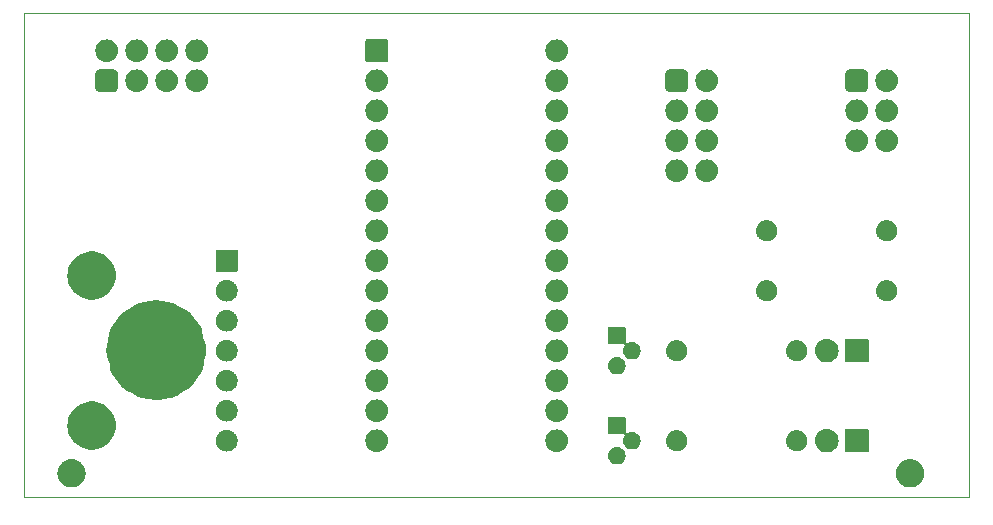
<source format=gbr>
%TF.GenerationSoftware,KiCad,Pcbnew,7.0.3*%
%TF.CreationDate,2023-05-15T17:39:44+02:00*%
%TF.ProjectId,PRO_MCU,50524f5f-4d43-4552-9e6b-696361645f70,rev?*%
%TF.SameCoordinates,Original*%
%TF.FileFunction,Soldermask,Bot*%
%TF.FilePolarity,Negative*%
%FSLAX45Y45*%
G04 Gerber Fmt 4.5, Leading zero omitted, Abs format (unit mm)*
G04 Created by KiCad (PCBNEW 7.0.3) date 2023-05-15 17:39:44*
%MOMM*%
%LPD*%
G01*
G04 APERTURE LIST*
%TA.AperFunction,Profile*%
%ADD10C,0.100000*%
%TD*%
%TA.AperFunction,Profile*%
%ADD11C,4.250000*%
%TD*%
G04 APERTURE END LIST*
D10*
%TO.C,Logo*%
X4890000Y-7397500D02*
X12890000Y-7397500D01*
X12890000Y-7397500D02*
X12890000Y-3297500D01*
X12890000Y-3297500D02*
X4890000Y-3297500D01*
X4890000Y-3297500D02*
X4890000Y-7397500D01*
%TO.C,U4*%
D11*
X6219650Y-6155850D02*
G75*
G03*
X6219650Y-6155850I-212500J0D01*
G01*
%TD*%
G36*
X5295633Y-7078012D02*
G01*
X5301072Y-7078012D01*
X5305858Y-7078906D01*
X5310835Y-7079342D01*
X5316944Y-7080979D01*
X5322840Y-7082081D01*
X5326838Y-7083630D01*
X5331036Y-7084755D01*
X5337391Y-7087718D01*
X5343489Y-7090080D01*
X5346636Y-7092029D01*
X5349990Y-7093593D01*
X5356317Y-7098023D01*
X5362316Y-7101738D01*
X5364616Y-7103834D01*
X5367122Y-7105589D01*
X5373118Y-7111585D01*
X5378681Y-7116656D01*
X5380198Y-7118665D01*
X5381911Y-7120378D01*
X5387254Y-7128009D01*
X5392026Y-7134328D01*
X5392881Y-7136045D01*
X5393907Y-7137510D01*
X5398274Y-7146876D01*
X5401897Y-7154151D01*
X5402257Y-7155417D01*
X5402745Y-7156464D01*
X5405822Y-7167947D01*
X5407957Y-7175450D01*
X5408023Y-7176160D01*
X5408158Y-7176665D01*
X5409656Y-7193789D01*
X5410000Y-7197500D01*
X5409656Y-7201211D01*
X5408158Y-7218335D01*
X5408023Y-7218840D01*
X5407957Y-7219550D01*
X5405821Y-7227055D01*
X5402745Y-7238536D01*
X5402257Y-7239583D01*
X5401897Y-7240849D01*
X5398274Y-7248124D01*
X5393907Y-7257490D01*
X5392881Y-7258955D01*
X5392026Y-7260672D01*
X5387254Y-7266992D01*
X5381911Y-7274622D01*
X5380198Y-7276335D01*
X5378681Y-7278343D01*
X5373116Y-7283416D01*
X5367122Y-7289411D01*
X5364616Y-7291165D01*
X5362316Y-7293262D01*
X5356316Y-7296977D01*
X5349990Y-7301407D01*
X5346637Y-7302970D01*
X5343489Y-7304920D01*
X5337390Y-7307282D01*
X5331036Y-7310245D01*
X5326839Y-7311370D01*
X5322840Y-7312919D01*
X5316942Y-7314021D01*
X5310835Y-7315658D01*
X5305859Y-7316093D01*
X5301072Y-7316988D01*
X5295632Y-7316988D01*
X5290000Y-7317481D01*
X5284368Y-7316988D01*
X5278928Y-7316988D01*
X5274141Y-7316093D01*
X5269165Y-7315658D01*
X5263057Y-7314021D01*
X5257160Y-7312919D01*
X5253161Y-7311370D01*
X5248964Y-7310245D01*
X5242609Y-7307282D01*
X5236511Y-7304920D01*
X5233364Y-7302971D01*
X5230010Y-7301407D01*
X5223683Y-7296977D01*
X5217684Y-7293262D01*
X5215384Y-7291166D01*
X5212878Y-7289411D01*
X5206882Y-7283415D01*
X5201319Y-7278343D01*
X5199802Y-7276335D01*
X5198089Y-7274622D01*
X5192745Y-7266990D01*
X5187974Y-7260672D01*
X5187119Y-7258955D01*
X5186093Y-7257490D01*
X5181724Y-7248121D01*
X5178103Y-7240849D01*
X5177743Y-7239584D01*
X5177255Y-7238536D01*
X5174177Y-7227049D01*
X5172043Y-7219550D01*
X5171977Y-7218841D01*
X5171842Y-7218335D01*
X5170342Y-7201192D01*
X5170000Y-7197500D01*
X5170342Y-7193809D01*
X5171842Y-7176665D01*
X5171977Y-7176159D01*
X5172043Y-7175450D01*
X5174176Y-7167953D01*
X5177255Y-7156464D01*
X5177743Y-7155416D01*
X5178103Y-7154151D01*
X5181724Y-7146879D01*
X5186093Y-7137510D01*
X5187119Y-7136044D01*
X5187974Y-7134328D01*
X5192744Y-7128011D01*
X5198089Y-7120378D01*
X5199803Y-7118664D01*
X5201319Y-7116656D01*
X5206881Y-7111586D01*
X5212878Y-7105589D01*
X5215385Y-7103834D01*
X5217684Y-7101738D01*
X5223682Y-7098024D01*
X5230010Y-7093593D01*
X5233364Y-7092029D01*
X5236511Y-7090080D01*
X5242609Y-7087718D01*
X5248964Y-7084755D01*
X5253162Y-7083630D01*
X5257160Y-7082081D01*
X5263056Y-7080979D01*
X5269165Y-7079342D01*
X5274142Y-7078906D01*
X5278928Y-7078012D01*
X5284367Y-7078012D01*
X5290000Y-7077519D01*
X5295633Y-7078012D01*
G37*
G36*
X12395633Y-7078012D02*
G01*
X12401072Y-7078012D01*
X12405858Y-7078906D01*
X12410835Y-7079342D01*
X12416943Y-7080979D01*
X12422840Y-7082081D01*
X12426838Y-7083630D01*
X12431036Y-7084755D01*
X12437391Y-7087718D01*
X12443489Y-7090080D01*
X12446636Y-7092029D01*
X12449990Y-7093593D01*
X12456317Y-7098023D01*
X12462316Y-7101738D01*
X12464616Y-7103834D01*
X12467122Y-7105589D01*
X12473117Y-7111585D01*
X12478681Y-7116656D01*
X12480198Y-7118665D01*
X12481911Y-7120378D01*
X12487254Y-7128009D01*
X12492026Y-7134328D01*
X12492881Y-7136045D01*
X12493907Y-7137510D01*
X12498274Y-7146876D01*
X12501897Y-7154151D01*
X12502257Y-7155417D01*
X12502745Y-7156464D01*
X12505822Y-7167947D01*
X12507957Y-7175450D01*
X12508022Y-7176160D01*
X12508158Y-7176665D01*
X12509656Y-7193789D01*
X12510000Y-7197500D01*
X12509656Y-7201211D01*
X12508158Y-7218335D01*
X12508022Y-7218840D01*
X12507957Y-7219550D01*
X12505821Y-7227055D01*
X12502745Y-7238536D01*
X12502257Y-7239583D01*
X12501897Y-7240849D01*
X12498274Y-7248124D01*
X12493907Y-7257490D01*
X12492881Y-7258955D01*
X12492026Y-7260672D01*
X12487254Y-7266992D01*
X12481911Y-7274622D01*
X12480198Y-7276335D01*
X12478681Y-7278343D01*
X12473116Y-7283416D01*
X12467122Y-7289411D01*
X12464616Y-7291165D01*
X12462316Y-7293262D01*
X12456316Y-7296977D01*
X12449990Y-7301407D01*
X12446636Y-7302970D01*
X12443489Y-7304920D01*
X12437390Y-7307282D01*
X12431036Y-7310245D01*
X12426839Y-7311370D01*
X12422840Y-7312919D01*
X12416942Y-7314021D01*
X12410835Y-7315658D01*
X12405859Y-7316093D01*
X12401072Y-7316988D01*
X12395632Y-7316988D01*
X12390000Y-7317481D01*
X12384368Y-7316988D01*
X12378928Y-7316988D01*
X12374141Y-7316093D01*
X12369165Y-7315658D01*
X12363057Y-7314021D01*
X12357160Y-7312919D01*
X12353161Y-7311370D01*
X12348964Y-7310245D01*
X12342609Y-7307282D01*
X12336511Y-7304920D01*
X12333364Y-7302971D01*
X12330010Y-7301407D01*
X12323683Y-7296977D01*
X12317684Y-7293262D01*
X12315384Y-7291166D01*
X12312878Y-7289411D01*
X12306882Y-7283415D01*
X12301319Y-7278343D01*
X12299802Y-7276335D01*
X12298089Y-7274622D01*
X12292745Y-7266990D01*
X12287974Y-7260672D01*
X12287119Y-7258955D01*
X12286093Y-7257490D01*
X12281724Y-7248121D01*
X12278103Y-7240849D01*
X12277743Y-7239584D01*
X12277255Y-7238536D01*
X12274177Y-7227049D01*
X12272043Y-7219550D01*
X12271977Y-7218841D01*
X12271842Y-7218335D01*
X12270342Y-7201192D01*
X12270000Y-7197500D01*
X12270342Y-7193809D01*
X12271842Y-7176665D01*
X12271977Y-7176159D01*
X12272043Y-7175450D01*
X12274176Y-7167953D01*
X12277255Y-7156464D01*
X12277743Y-7155416D01*
X12278103Y-7154151D01*
X12281724Y-7146879D01*
X12286093Y-7137510D01*
X12287119Y-7136044D01*
X12287974Y-7134328D01*
X12292744Y-7128011D01*
X12298089Y-7120378D01*
X12299803Y-7118664D01*
X12301319Y-7116656D01*
X12306881Y-7111586D01*
X12312878Y-7105589D01*
X12315385Y-7103834D01*
X12317684Y-7101738D01*
X12323682Y-7098024D01*
X12330010Y-7093593D01*
X12333364Y-7092029D01*
X12336511Y-7090080D01*
X12342609Y-7087718D01*
X12348964Y-7084755D01*
X12353162Y-7083630D01*
X12357160Y-7082081D01*
X12363056Y-7080979D01*
X12369165Y-7079342D01*
X12374142Y-7078906D01*
X12378928Y-7078012D01*
X12384367Y-7078012D01*
X12390000Y-7077519D01*
X12395633Y-7078012D01*
G37*
G36*
X9922689Y-6975380D02*
G01*
X9938541Y-6980927D01*
X9952762Y-6989863D01*
X9964637Y-7001738D01*
X9973573Y-7015959D01*
X9979120Y-7031811D01*
X9981000Y-7048500D01*
X9979120Y-7065189D01*
X9973573Y-7081041D01*
X9964637Y-7095262D01*
X9952762Y-7107137D01*
X9938541Y-7116073D01*
X9922689Y-7121620D01*
X9906000Y-7123500D01*
X9889311Y-7121620D01*
X9873459Y-7116073D01*
X9859238Y-7107137D01*
X9847363Y-7095262D01*
X9838427Y-7081041D01*
X9832880Y-7065189D01*
X9831000Y-7048500D01*
X9832880Y-7031811D01*
X9838427Y-7015959D01*
X9847363Y-7001738D01*
X9859238Y-6989863D01*
X9873459Y-6980927D01*
X9889311Y-6975380D01*
X9906000Y-6973500D01*
X9922689Y-6975380D01*
G37*
G36*
X11703509Y-6823421D02*
G01*
X11722268Y-6829112D01*
X11739557Y-6838353D01*
X11754711Y-6850789D01*
X11767147Y-6865943D01*
X11776388Y-6883232D01*
X11782078Y-6901991D01*
X11784000Y-6921500D01*
X11782078Y-6941009D01*
X11776388Y-6959768D01*
X11767147Y-6977057D01*
X11754711Y-6992211D01*
X11739557Y-7004647D01*
X11722268Y-7013888D01*
X11703509Y-7019578D01*
X11684000Y-7021500D01*
X11664491Y-7019578D01*
X11645732Y-7013888D01*
X11628443Y-7004647D01*
X11613289Y-6992211D01*
X11600853Y-6977057D01*
X11591612Y-6959768D01*
X11585921Y-6941009D01*
X11584000Y-6921500D01*
X11585921Y-6901991D01*
X11591612Y-6883232D01*
X11600853Y-6865943D01*
X11613289Y-6850789D01*
X11628443Y-6838353D01*
X11645732Y-6829112D01*
X11664491Y-6823421D01*
X11684000Y-6821500D01*
X11703509Y-6823421D01*
G37*
G36*
X12031827Y-6822261D02*
G01*
X12035071Y-6824429D01*
X12037239Y-6827673D01*
X12038000Y-6831500D01*
X12038000Y-7011500D01*
X12037239Y-7015327D01*
X12035071Y-7018571D01*
X12031827Y-7020739D01*
X12028000Y-7021500D01*
X11848000Y-7021500D01*
X11844173Y-7020739D01*
X11840929Y-7018571D01*
X11838761Y-7015327D01*
X11838000Y-7011500D01*
X11838000Y-6831500D01*
X11838761Y-6827673D01*
X11840929Y-6824429D01*
X11844173Y-6822261D01*
X11848000Y-6821500D01*
X12028000Y-6821500D01*
X12031827Y-6822261D01*
G37*
G36*
X7892534Y-6828325D02*
G01*
X7910355Y-6833731D01*
X7926779Y-6842510D01*
X7941175Y-6854325D01*
X7952990Y-6868721D01*
X7961769Y-6885145D01*
X7967175Y-6902966D01*
X7969000Y-6921500D01*
X7967175Y-6940034D01*
X7961769Y-6957855D01*
X7952990Y-6974279D01*
X7941175Y-6988675D01*
X7926779Y-7000490D01*
X7910355Y-7009269D01*
X7892534Y-7014675D01*
X7874000Y-7016500D01*
X7855466Y-7014675D01*
X7837645Y-7009269D01*
X7821221Y-7000490D01*
X7806825Y-6988675D01*
X7795010Y-6974279D01*
X7786231Y-6957855D01*
X7780825Y-6940034D01*
X7779000Y-6921500D01*
X7780825Y-6902966D01*
X7786231Y-6885145D01*
X7795010Y-6868721D01*
X7806825Y-6854325D01*
X7821221Y-6842510D01*
X7837645Y-6833731D01*
X7855466Y-6828325D01*
X7874000Y-6826500D01*
X7892534Y-6828325D01*
G37*
G36*
X9416534Y-6828325D02*
G01*
X9434355Y-6833731D01*
X9450779Y-6842510D01*
X9465175Y-6854325D01*
X9476990Y-6868721D01*
X9485769Y-6885145D01*
X9491175Y-6902966D01*
X9493000Y-6921500D01*
X9491175Y-6940034D01*
X9485769Y-6957855D01*
X9476990Y-6974279D01*
X9465175Y-6988675D01*
X9450779Y-7000490D01*
X9434355Y-7009269D01*
X9416534Y-7014675D01*
X9398000Y-7016500D01*
X9379466Y-7014675D01*
X9361645Y-7009269D01*
X9345221Y-7000490D01*
X9330825Y-6988675D01*
X9319010Y-6974279D01*
X9310231Y-6957855D01*
X9304825Y-6940034D01*
X9303000Y-6921500D01*
X9304825Y-6902966D01*
X9310231Y-6885145D01*
X9319010Y-6868721D01*
X9330825Y-6854325D01*
X9345221Y-6842510D01*
X9361645Y-6833731D01*
X9379466Y-6828325D01*
X9398000Y-6826500D01*
X9416534Y-6828325D01*
G37*
G36*
X6608905Y-6829427D02*
G01*
X6613677Y-6829427D01*
X6617798Y-6830303D01*
X6622057Y-6830723D01*
X6627406Y-6832345D01*
X6632609Y-6833451D01*
X6635937Y-6834933D01*
X6639420Y-6835989D01*
X6644953Y-6838947D01*
X6650290Y-6841323D01*
X6652771Y-6843126D01*
X6655421Y-6844542D01*
X6660826Y-6848978D01*
X6665948Y-6852700D01*
X6667611Y-6854546D01*
X6669447Y-6856053D01*
X6674379Y-6862063D01*
X6678899Y-6867083D01*
X6679848Y-6868727D01*
X6680957Y-6870079D01*
X6685061Y-6877756D01*
X6688576Y-6883844D01*
X6688980Y-6885088D01*
X6689510Y-6886080D01*
X6692432Y-6895713D01*
X6694557Y-6902251D01*
X6694632Y-6902963D01*
X6694777Y-6903443D01*
X6696195Y-6917838D01*
X6696580Y-6921500D01*
X6696195Y-6925162D01*
X6694777Y-6939557D01*
X6694632Y-6940036D01*
X6694557Y-6940748D01*
X6692432Y-6947288D01*
X6689510Y-6956920D01*
X6688980Y-6957911D01*
X6688576Y-6959156D01*
X6685060Y-6965245D01*
X6680957Y-6972921D01*
X6679849Y-6974272D01*
X6678899Y-6975917D01*
X6674378Y-6980937D01*
X6669447Y-6986947D01*
X6667611Y-6988453D01*
X6665948Y-6990300D01*
X6660825Y-6994022D01*
X6655421Y-6998457D01*
X6652772Y-6999873D01*
X6650290Y-7001677D01*
X6644952Y-7004053D01*
X6639420Y-7007010D01*
X6635938Y-7008066D01*
X6632609Y-7009549D01*
X6627405Y-7010655D01*
X6622057Y-7012277D01*
X6617799Y-7012697D01*
X6613677Y-7013573D01*
X6608904Y-7013573D01*
X6604000Y-7014056D01*
X6599096Y-7013573D01*
X6594323Y-7013573D01*
X6590201Y-7012697D01*
X6585943Y-7012277D01*
X6580594Y-7010655D01*
X6575391Y-7009549D01*
X6572062Y-7008067D01*
X6568580Y-7007010D01*
X6563047Y-7004053D01*
X6557710Y-7001677D01*
X6555228Y-6999874D01*
X6552579Y-6998457D01*
X6547174Y-6994022D01*
X6542052Y-6990300D01*
X6540389Y-6988453D01*
X6538553Y-6986947D01*
X6533620Y-6980936D01*
X6529101Y-6975917D01*
X6528152Y-6974272D01*
X6527042Y-6972921D01*
X6522938Y-6965242D01*
X6519424Y-6959156D01*
X6519020Y-6957912D01*
X6518489Y-6956920D01*
X6515566Y-6947284D01*
X6513443Y-6940748D01*
X6513368Y-6940037D01*
X6513223Y-6939557D01*
X6511803Y-6925147D01*
X6511420Y-6921500D01*
X6511803Y-6917853D01*
X6513223Y-6903443D01*
X6513368Y-6902963D01*
X6513443Y-6902251D01*
X6515566Y-6895718D01*
X6518489Y-6886080D01*
X6519020Y-6885088D01*
X6519424Y-6883844D01*
X6522937Y-6877759D01*
X6527042Y-6870079D01*
X6528152Y-6868727D01*
X6529101Y-6867083D01*
X6533619Y-6862065D01*
X6538553Y-6856053D01*
X6540389Y-6854546D01*
X6542052Y-6852700D01*
X6547173Y-6848979D01*
X6552579Y-6844542D01*
X6555229Y-6843126D01*
X6557710Y-6841323D01*
X6563046Y-6838948D01*
X6568580Y-6835989D01*
X6572063Y-6834933D01*
X6575391Y-6833451D01*
X6580593Y-6832345D01*
X6585943Y-6830723D01*
X6590202Y-6830303D01*
X6594323Y-6829427D01*
X6599095Y-6829427D01*
X6604000Y-6828944D01*
X6608905Y-6829427D01*
G37*
G36*
X10418761Y-6831993D02*
G01*
X10423408Y-6831993D01*
X10427420Y-6832846D01*
X10431553Y-6833253D01*
X10436746Y-6834828D01*
X10441812Y-6835905D01*
X10445053Y-6837348D01*
X10448432Y-6838373D01*
X10453802Y-6841243D01*
X10459000Y-6843558D01*
X10461417Y-6845313D01*
X10463988Y-6846688D01*
X10469233Y-6850993D01*
X10474222Y-6854617D01*
X10475841Y-6856415D01*
X10477623Y-6857877D01*
X10482409Y-6863710D01*
X10486812Y-6868599D01*
X10487737Y-6870201D01*
X10488812Y-6871512D01*
X10492791Y-6878956D01*
X10496219Y-6884894D01*
X10496613Y-6886107D01*
X10497127Y-6887068D01*
X10499957Y-6896397D01*
X10502033Y-6902788D01*
X10502106Y-6903483D01*
X10502247Y-6903947D01*
X10503615Y-6917838D01*
X10504000Y-6921500D01*
X10503615Y-6925162D01*
X10502247Y-6939053D01*
X10502106Y-6939516D01*
X10502033Y-6940212D01*
X10499956Y-6946604D01*
X10497127Y-6955932D01*
X10496614Y-6956892D01*
X10496219Y-6958106D01*
X10492790Y-6964045D01*
X10488812Y-6971488D01*
X10487737Y-6972798D01*
X10486812Y-6974401D01*
X10482408Y-6979291D01*
X10477623Y-6985122D01*
X10475842Y-6986584D01*
X10474222Y-6988383D01*
X10469232Y-6992008D01*
X10463988Y-6996312D01*
X10461417Y-6997686D01*
X10459000Y-6999442D01*
X10453801Y-7001757D01*
X10448432Y-7004627D01*
X10445053Y-7005652D01*
X10441812Y-7007095D01*
X10436745Y-7008172D01*
X10431553Y-7009747D01*
X10427421Y-7010154D01*
X10423408Y-7011007D01*
X10418760Y-7011007D01*
X10414000Y-7011476D01*
X10409240Y-7011007D01*
X10404592Y-7011007D01*
X10400579Y-7010154D01*
X10396447Y-7009747D01*
X10391255Y-7008172D01*
X10386189Y-7007095D01*
X10382947Y-7005652D01*
X10379568Y-7004627D01*
X10374198Y-7001757D01*
X10369000Y-6999442D01*
X10366583Y-6997686D01*
X10364012Y-6996312D01*
X10358767Y-6992007D01*
X10353778Y-6988383D01*
X10352159Y-6986584D01*
X10350377Y-6985122D01*
X10345591Y-6979290D01*
X10341189Y-6974401D01*
X10340263Y-6972798D01*
X10339188Y-6971488D01*
X10335209Y-6964043D01*
X10331781Y-6958106D01*
X10331387Y-6956893D01*
X10330873Y-6955932D01*
X10328042Y-6946600D01*
X10325967Y-6940212D01*
X10325894Y-6939517D01*
X10325753Y-6939053D01*
X10324383Y-6925147D01*
X10324000Y-6921500D01*
X10324383Y-6917854D01*
X10325753Y-6903947D01*
X10325894Y-6903483D01*
X10325967Y-6902788D01*
X10328042Y-6896402D01*
X10330873Y-6887068D01*
X10331387Y-6886107D01*
X10331781Y-6884894D01*
X10335208Y-6878958D01*
X10339188Y-6871512D01*
X10340264Y-6870201D01*
X10341189Y-6868599D01*
X10345590Y-6863711D01*
X10350377Y-6857877D01*
X10352159Y-6856415D01*
X10353778Y-6854617D01*
X10358766Y-6850993D01*
X10364012Y-6846688D01*
X10366584Y-6845313D01*
X10369000Y-6843558D01*
X10374197Y-6841244D01*
X10379568Y-6838373D01*
X10382947Y-6837348D01*
X10386189Y-6835905D01*
X10391254Y-6834828D01*
X10396447Y-6833253D01*
X10400580Y-6832846D01*
X10404592Y-6831993D01*
X10409239Y-6831993D01*
X10414000Y-6831524D01*
X10418761Y-6831993D01*
G37*
G36*
X11434761Y-6831993D02*
G01*
X11439408Y-6831993D01*
X11443420Y-6832846D01*
X11447553Y-6833253D01*
X11452746Y-6834828D01*
X11457811Y-6835905D01*
X11461053Y-6837348D01*
X11464432Y-6838373D01*
X11469802Y-6841243D01*
X11475000Y-6843558D01*
X11477416Y-6845313D01*
X11479988Y-6846688D01*
X11485233Y-6850993D01*
X11490222Y-6854617D01*
X11491841Y-6856415D01*
X11493622Y-6857877D01*
X11498409Y-6863710D01*
X11502811Y-6868599D01*
X11503736Y-6870201D01*
X11504812Y-6871512D01*
X11508791Y-6878956D01*
X11512219Y-6884894D01*
X11512613Y-6886107D01*
X11513127Y-6887068D01*
X11515957Y-6896397D01*
X11518033Y-6902788D01*
X11518106Y-6903483D01*
X11518247Y-6903947D01*
X11519615Y-6917838D01*
X11520000Y-6921500D01*
X11519615Y-6925162D01*
X11518247Y-6939053D01*
X11518106Y-6939516D01*
X11518033Y-6940212D01*
X11515956Y-6946604D01*
X11513127Y-6955932D01*
X11512613Y-6956892D01*
X11512219Y-6958106D01*
X11508790Y-6964045D01*
X11504812Y-6971488D01*
X11503737Y-6972798D01*
X11502811Y-6974401D01*
X11498408Y-6979291D01*
X11493622Y-6985122D01*
X11491841Y-6986584D01*
X11490222Y-6988383D01*
X11485232Y-6992008D01*
X11479988Y-6996312D01*
X11477417Y-6997686D01*
X11475000Y-6999442D01*
X11469801Y-7001757D01*
X11464432Y-7004627D01*
X11461053Y-7005652D01*
X11457811Y-7007095D01*
X11452745Y-7008172D01*
X11447553Y-7009747D01*
X11443421Y-7010154D01*
X11439408Y-7011007D01*
X11434760Y-7011007D01*
X11430000Y-7011476D01*
X11425240Y-7011007D01*
X11420592Y-7011007D01*
X11416579Y-7010154D01*
X11412447Y-7009747D01*
X11407255Y-7008172D01*
X11402188Y-7007095D01*
X11398947Y-7005652D01*
X11395568Y-7004627D01*
X11390198Y-7001757D01*
X11385000Y-6999442D01*
X11382583Y-6997686D01*
X11380012Y-6996312D01*
X11374767Y-6992007D01*
X11369778Y-6988383D01*
X11368159Y-6986584D01*
X11366377Y-6985122D01*
X11361591Y-6979290D01*
X11357188Y-6974401D01*
X11356263Y-6972798D01*
X11355188Y-6971488D01*
X11351208Y-6964043D01*
X11347781Y-6958106D01*
X11347387Y-6956893D01*
X11346873Y-6955932D01*
X11344042Y-6946600D01*
X11341967Y-6940212D01*
X11341894Y-6939517D01*
X11341753Y-6939053D01*
X11340383Y-6925147D01*
X11340000Y-6921500D01*
X11340383Y-6917854D01*
X11341753Y-6903947D01*
X11341894Y-6903483D01*
X11341967Y-6902788D01*
X11344042Y-6896402D01*
X11346873Y-6887068D01*
X11347387Y-6886107D01*
X11347781Y-6884894D01*
X11351208Y-6878958D01*
X11355188Y-6871512D01*
X11356264Y-6870201D01*
X11357188Y-6868599D01*
X11361590Y-6863711D01*
X11366377Y-6857877D01*
X11368159Y-6856415D01*
X11369778Y-6854617D01*
X11374766Y-6850993D01*
X11380012Y-6846688D01*
X11382584Y-6845313D01*
X11385000Y-6843558D01*
X11390197Y-6841244D01*
X11395568Y-6838373D01*
X11398947Y-6837348D01*
X11402188Y-6835905D01*
X11407253Y-6834828D01*
X11412447Y-6833253D01*
X11416580Y-6832846D01*
X11420592Y-6831993D01*
X11425239Y-6831993D01*
X11430000Y-6831524D01*
X11434761Y-6831993D01*
G37*
G36*
X5502725Y-6593709D02*
G01*
X5529677Y-6601261D01*
X5555350Y-6612412D01*
X5579266Y-6626956D01*
X5600978Y-6644620D01*
X5620083Y-6665076D01*
X5636224Y-6687944D01*
X5649102Y-6712796D01*
X5658475Y-6739170D01*
X5664170Y-6766575D01*
X5666080Y-6794500D01*
X5664170Y-6822425D01*
X5658475Y-6849830D01*
X5649102Y-6876204D01*
X5636224Y-6901056D01*
X5620083Y-6923923D01*
X5600978Y-6944380D01*
X5579266Y-6962044D01*
X5555350Y-6976587D01*
X5529677Y-6987739D01*
X5502725Y-6995291D01*
X5474995Y-6999102D01*
X5447005Y-6999102D01*
X5419275Y-6995291D01*
X5392323Y-6987739D01*
X5366650Y-6976587D01*
X5342734Y-6962044D01*
X5321022Y-6944380D01*
X5301917Y-6923923D01*
X5285776Y-6901056D01*
X5272898Y-6876204D01*
X5263525Y-6849830D01*
X5257830Y-6822425D01*
X5255920Y-6794500D01*
X5257830Y-6766575D01*
X5263525Y-6739170D01*
X5272898Y-6712796D01*
X5285776Y-6687944D01*
X5301917Y-6665076D01*
X5321022Y-6644620D01*
X5342734Y-6626956D01*
X5366650Y-6612412D01*
X5392323Y-6601261D01*
X5419275Y-6593709D01*
X5447005Y-6589898D01*
X5474995Y-6589898D01*
X5502725Y-6593709D01*
G37*
G36*
X9974827Y-6720261D02*
G01*
X9978071Y-6722429D01*
X9980239Y-6725673D01*
X9981000Y-6729500D01*
X9981000Y-6859500D01*
X9981000Y-6859500D01*
X9981000Y-6860094D01*
X9986157Y-6862944D01*
X9986238Y-6862863D01*
X10000459Y-6853927D01*
X10016311Y-6848380D01*
X10033000Y-6846500D01*
X10049689Y-6848380D01*
X10065541Y-6853927D01*
X10079762Y-6862863D01*
X10091637Y-6874738D01*
X10100573Y-6888959D01*
X10106120Y-6904811D01*
X10108000Y-6921500D01*
X10106120Y-6938189D01*
X10100573Y-6954041D01*
X10091637Y-6968262D01*
X10079762Y-6980137D01*
X10065541Y-6989073D01*
X10049689Y-6994620D01*
X10033000Y-6996500D01*
X10016311Y-6994620D01*
X10000459Y-6989073D01*
X9986238Y-6980137D01*
X9974363Y-6968262D01*
X9965427Y-6954041D01*
X9959880Y-6938189D01*
X9958000Y-6921500D01*
X9959880Y-6904811D01*
X9965427Y-6888959D01*
X9974363Y-6874738D01*
X9974444Y-6874657D01*
X9971594Y-6869500D01*
X9971001Y-6869500D01*
X9971000Y-6869500D01*
X9841000Y-6869500D01*
X9837173Y-6868739D01*
X9833929Y-6866571D01*
X9831761Y-6863327D01*
X9831000Y-6859500D01*
X9831000Y-6729500D01*
X9831761Y-6725673D01*
X9833929Y-6722429D01*
X9837173Y-6720261D01*
X9841000Y-6719500D01*
X9971000Y-6719500D01*
X9974827Y-6720261D01*
G37*
G36*
X7892534Y-6574325D02*
G01*
X7910355Y-6579731D01*
X7926779Y-6588510D01*
X7941175Y-6600325D01*
X7952990Y-6614721D01*
X7961769Y-6631145D01*
X7967175Y-6648966D01*
X7969000Y-6667500D01*
X7967175Y-6686034D01*
X7961769Y-6703855D01*
X7952990Y-6720279D01*
X7941175Y-6734675D01*
X7926779Y-6746490D01*
X7910355Y-6755269D01*
X7892534Y-6760675D01*
X7874000Y-6762500D01*
X7855466Y-6760675D01*
X7837645Y-6755269D01*
X7821221Y-6746490D01*
X7806825Y-6734675D01*
X7795010Y-6720279D01*
X7786231Y-6703855D01*
X7780825Y-6686034D01*
X7779000Y-6667500D01*
X7780825Y-6648966D01*
X7786231Y-6631145D01*
X7795010Y-6614721D01*
X7806825Y-6600325D01*
X7821221Y-6588510D01*
X7837645Y-6579731D01*
X7855466Y-6574325D01*
X7874000Y-6572500D01*
X7892534Y-6574325D01*
G37*
G36*
X9416534Y-6574325D02*
G01*
X9434355Y-6579731D01*
X9450779Y-6588510D01*
X9465175Y-6600325D01*
X9476990Y-6614721D01*
X9485769Y-6631145D01*
X9491175Y-6648966D01*
X9493000Y-6667500D01*
X9491175Y-6686034D01*
X9485769Y-6703855D01*
X9476990Y-6720279D01*
X9465175Y-6734675D01*
X9450779Y-6746490D01*
X9434355Y-6755269D01*
X9416534Y-6760675D01*
X9398000Y-6762500D01*
X9379466Y-6760675D01*
X9361645Y-6755269D01*
X9345221Y-6746490D01*
X9330825Y-6734675D01*
X9319010Y-6720279D01*
X9310231Y-6703855D01*
X9304825Y-6686034D01*
X9303000Y-6667500D01*
X9304825Y-6648966D01*
X9310231Y-6631145D01*
X9319010Y-6614721D01*
X9330825Y-6600325D01*
X9345221Y-6588510D01*
X9361645Y-6579731D01*
X9379466Y-6574325D01*
X9398000Y-6572500D01*
X9416534Y-6574325D01*
G37*
G36*
X6608905Y-6575427D02*
G01*
X6613677Y-6575427D01*
X6617798Y-6576303D01*
X6622057Y-6576723D01*
X6627406Y-6578345D01*
X6632609Y-6579451D01*
X6635937Y-6580933D01*
X6639420Y-6581989D01*
X6644953Y-6584947D01*
X6650290Y-6587323D01*
X6652771Y-6589126D01*
X6655421Y-6590542D01*
X6660826Y-6594978D01*
X6665948Y-6598700D01*
X6667611Y-6600546D01*
X6669447Y-6602053D01*
X6674379Y-6608063D01*
X6678899Y-6613083D01*
X6679848Y-6614727D01*
X6680957Y-6616079D01*
X6685061Y-6623756D01*
X6688576Y-6629844D01*
X6688980Y-6631088D01*
X6689510Y-6632080D01*
X6692432Y-6641713D01*
X6694557Y-6648251D01*
X6694632Y-6648963D01*
X6694777Y-6649443D01*
X6696195Y-6663838D01*
X6696580Y-6667500D01*
X6696195Y-6671162D01*
X6694777Y-6685557D01*
X6694632Y-6686036D01*
X6694557Y-6686748D01*
X6692432Y-6693288D01*
X6689510Y-6702920D01*
X6688980Y-6703911D01*
X6688576Y-6705156D01*
X6685060Y-6711245D01*
X6680957Y-6718921D01*
X6679849Y-6720272D01*
X6678899Y-6721917D01*
X6674378Y-6726937D01*
X6669447Y-6732947D01*
X6667611Y-6734453D01*
X6665948Y-6736300D01*
X6660825Y-6740022D01*
X6655421Y-6744457D01*
X6652772Y-6745873D01*
X6650290Y-6747677D01*
X6644952Y-6750053D01*
X6639420Y-6753010D01*
X6635938Y-6754066D01*
X6632609Y-6755549D01*
X6627405Y-6756655D01*
X6622057Y-6758277D01*
X6617799Y-6758697D01*
X6613677Y-6759573D01*
X6608904Y-6759573D01*
X6604000Y-6760056D01*
X6599096Y-6759573D01*
X6594323Y-6759573D01*
X6590201Y-6758697D01*
X6585943Y-6758277D01*
X6580594Y-6756655D01*
X6575391Y-6755549D01*
X6572062Y-6754067D01*
X6568580Y-6753010D01*
X6563047Y-6750053D01*
X6557710Y-6747677D01*
X6555228Y-6745874D01*
X6552579Y-6744457D01*
X6547174Y-6740022D01*
X6542052Y-6736300D01*
X6540389Y-6734453D01*
X6538553Y-6732947D01*
X6533620Y-6726936D01*
X6529101Y-6721917D01*
X6528152Y-6720272D01*
X6527042Y-6718921D01*
X6522938Y-6711242D01*
X6519424Y-6705156D01*
X6519020Y-6703912D01*
X6518489Y-6702920D01*
X6515566Y-6693284D01*
X6513443Y-6686748D01*
X6513368Y-6686037D01*
X6513223Y-6685557D01*
X6511803Y-6671147D01*
X6511420Y-6667500D01*
X6511803Y-6663853D01*
X6513223Y-6649443D01*
X6513368Y-6648963D01*
X6513443Y-6648251D01*
X6515566Y-6641718D01*
X6518489Y-6632080D01*
X6519020Y-6631088D01*
X6519424Y-6629844D01*
X6522937Y-6623759D01*
X6527042Y-6616079D01*
X6528152Y-6614727D01*
X6529101Y-6613083D01*
X6533619Y-6608065D01*
X6538553Y-6602053D01*
X6540389Y-6600546D01*
X6542052Y-6598700D01*
X6547173Y-6594979D01*
X6552579Y-6590542D01*
X6555229Y-6589126D01*
X6557710Y-6587323D01*
X6563046Y-6584948D01*
X6568580Y-6581989D01*
X6572063Y-6580933D01*
X6575391Y-6579451D01*
X6580593Y-6578345D01*
X6585943Y-6576723D01*
X6590202Y-6576303D01*
X6594323Y-6575427D01*
X6599095Y-6575427D01*
X6604000Y-6574944D01*
X6608905Y-6575427D01*
G37*
G36*
X7892534Y-6320325D02*
G01*
X7910355Y-6325731D01*
X7926779Y-6334510D01*
X7941175Y-6346325D01*
X7952990Y-6360721D01*
X7961769Y-6377145D01*
X7967175Y-6394966D01*
X7969000Y-6413500D01*
X7967175Y-6432034D01*
X7961769Y-6449855D01*
X7952990Y-6466279D01*
X7941175Y-6480675D01*
X7926779Y-6492490D01*
X7910355Y-6501269D01*
X7892534Y-6506675D01*
X7874000Y-6508500D01*
X7855466Y-6506675D01*
X7837645Y-6501269D01*
X7821221Y-6492490D01*
X7806825Y-6480675D01*
X7795010Y-6466279D01*
X7786231Y-6449855D01*
X7780825Y-6432034D01*
X7779000Y-6413500D01*
X7780825Y-6394966D01*
X7786231Y-6377145D01*
X7795010Y-6360721D01*
X7806825Y-6346325D01*
X7821221Y-6334510D01*
X7837645Y-6325731D01*
X7855466Y-6320325D01*
X7874000Y-6318500D01*
X7892534Y-6320325D01*
G37*
G36*
X9416534Y-6320325D02*
G01*
X9434355Y-6325731D01*
X9450779Y-6334510D01*
X9465175Y-6346325D01*
X9476990Y-6360721D01*
X9485769Y-6377145D01*
X9491175Y-6394966D01*
X9493000Y-6413500D01*
X9491175Y-6432034D01*
X9485769Y-6449855D01*
X9476990Y-6466279D01*
X9465175Y-6480675D01*
X9450779Y-6492490D01*
X9434355Y-6501269D01*
X9416534Y-6506675D01*
X9398000Y-6508500D01*
X9379466Y-6506675D01*
X9361645Y-6501269D01*
X9345221Y-6492490D01*
X9330825Y-6480675D01*
X9319010Y-6466279D01*
X9310231Y-6449855D01*
X9304825Y-6432034D01*
X9303000Y-6413500D01*
X9304825Y-6394966D01*
X9310231Y-6377145D01*
X9319010Y-6360721D01*
X9330825Y-6346325D01*
X9345221Y-6334510D01*
X9361645Y-6325731D01*
X9379466Y-6320325D01*
X9398000Y-6318500D01*
X9416534Y-6320325D01*
G37*
G36*
X6608905Y-6321427D02*
G01*
X6613677Y-6321427D01*
X6617798Y-6322303D01*
X6622057Y-6322723D01*
X6627406Y-6324345D01*
X6632609Y-6325451D01*
X6635937Y-6326933D01*
X6639420Y-6327989D01*
X6644953Y-6330947D01*
X6650290Y-6333323D01*
X6652771Y-6335126D01*
X6655421Y-6336542D01*
X6660826Y-6340978D01*
X6665948Y-6344700D01*
X6667611Y-6346546D01*
X6669447Y-6348053D01*
X6674379Y-6354063D01*
X6678899Y-6359083D01*
X6679848Y-6360727D01*
X6680957Y-6362079D01*
X6685061Y-6369756D01*
X6688576Y-6375844D01*
X6688980Y-6377088D01*
X6689510Y-6378080D01*
X6692432Y-6387713D01*
X6694557Y-6394251D01*
X6694632Y-6394963D01*
X6694777Y-6395443D01*
X6696195Y-6409839D01*
X6696580Y-6413500D01*
X6696195Y-6417163D01*
X6694777Y-6431557D01*
X6694632Y-6432036D01*
X6694557Y-6432748D01*
X6692432Y-6439288D01*
X6689510Y-6448920D01*
X6688980Y-6449911D01*
X6688576Y-6451156D01*
X6685060Y-6457245D01*
X6680957Y-6464921D01*
X6679849Y-6466272D01*
X6678899Y-6467917D01*
X6674378Y-6472937D01*
X6669447Y-6478947D01*
X6667611Y-6480453D01*
X6665948Y-6482300D01*
X6660825Y-6486022D01*
X6655421Y-6490457D01*
X6652772Y-6491873D01*
X6650290Y-6493677D01*
X6644952Y-6496053D01*
X6639420Y-6499010D01*
X6635938Y-6500066D01*
X6632609Y-6501549D01*
X6627405Y-6502655D01*
X6622057Y-6504277D01*
X6617799Y-6504697D01*
X6613677Y-6505573D01*
X6608904Y-6505573D01*
X6604000Y-6506056D01*
X6599096Y-6505573D01*
X6594323Y-6505573D01*
X6590201Y-6504697D01*
X6585943Y-6504277D01*
X6580594Y-6502655D01*
X6575391Y-6501549D01*
X6572062Y-6500067D01*
X6568580Y-6499010D01*
X6563047Y-6496053D01*
X6557710Y-6493677D01*
X6555228Y-6491874D01*
X6552579Y-6490457D01*
X6547174Y-6486022D01*
X6542052Y-6482300D01*
X6540389Y-6480453D01*
X6538553Y-6478947D01*
X6533620Y-6472936D01*
X6529101Y-6467917D01*
X6528152Y-6466272D01*
X6527042Y-6464921D01*
X6522938Y-6457242D01*
X6519424Y-6451156D01*
X6519020Y-6449912D01*
X6518489Y-6448920D01*
X6515566Y-6439284D01*
X6513443Y-6432748D01*
X6513368Y-6432037D01*
X6513223Y-6431557D01*
X6511803Y-6417147D01*
X6511420Y-6413500D01*
X6511803Y-6409853D01*
X6513223Y-6395443D01*
X6513368Y-6394963D01*
X6513443Y-6394251D01*
X6515566Y-6387718D01*
X6518489Y-6378080D01*
X6519020Y-6377088D01*
X6519424Y-6375844D01*
X6522937Y-6369759D01*
X6527042Y-6362079D01*
X6528152Y-6360727D01*
X6529101Y-6359083D01*
X6533619Y-6354065D01*
X6538553Y-6348053D01*
X6540389Y-6346546D01*
X6542052Y-6344700D01*
X6547173Y-6340979D01*
X6552579Y-6336542D01*
X6555229Y-6335126D01*
X6557710Y-6333323D01*
X6563046Y-6330948D01*
X6568580Y-6327989D01*
X6572063Y-6326933D01*
X6575391Y-6325451D01*
X6580593Y-6324345D01*
X6585943Y-6322723D01*
X6590202Y-6322303D01*
X6594323Y-6321427D01*
X6599095Y-6321427D01*
X6604000Y-6320944D01*
X6608905Y-6321427D01*
G37*
G36*
X9922689Y-6213380D02*
G01*
X9938541Y-6218927D01*
X9952762Y-6227863D01*
X9964637Y-6239738D01*
X9973573Y-6253959D01*
X9979120Y-6269811D01*
X9981000Y-6286500D01*
X9979120Y-6303189D01*
X9973573Y-6319041D01*
X9964637Y-6333262D01*
X9952762Y-6345137D01*
X9938541Y-6354073D01*
X9922689Y-6359620D01*
X9906000Y-6361500D01*
X9889311Y-6359620D01*
X9873459Y-6354073D01*
X9859238Y-6345137D01*
X9847363Y-6333262D01*
X9838427Y-6319041D01*
X9832880Y-6303189D01*
X9831000Y-6286500D01*
X9832880Y-6269811D01*
X9838427Y-6253959D01*
X9847363Y-6239738D01*
X9859238Y-6227863D01*
X9873459Y-6218927D01*
X9889311Y-6213380D01*
X9906000Y-6211500D01*
X9922689Y-6213380D01*
G37*
G36*
X11703509Y-6061421D02*
G01*
X11722268Y-6067112D01*
X11739557Y-6076353D01*
X11754711Y-6088789D01*
X11767147Y-6103943D01*
X11776388Y-6121232D01*
X11782078Y-6139991D01*
X11784000Y-6159500D01*
X11782078Y-6179009D01*
X11776388Y-6197768D01*
X11767147Y-6215057D01*
X11754711Y-6230211D01*
X11739557Y-6242647D01*
X11722268Y-6251888D01*
X11703509Y-6257578D01*
X11684000Y-6259500D01*
X11664491Y-6257578D01*
X11645732Y-6251888D01*
X11628443Y-6242647D01*
X11613289Y-6230211D01*
X11600853Y-6215057D01*
X11591612Y-6197768D01*
X11585921Y-6179009D01*
X11584000Y-6159500D01*
X11585921Y-6139991D01*
X11591612Y-6121232D01*
X11600853Y-6103943D01*
X11613289Y-6088789D01*
X11628443Y-6076353D01*
X11645732Y-6067112D01*
X11664491Y-6061421D01*
X11684000Y-6059500D01*
X11703509Y-6061421D01*
G37*
G36*
X12031827Y-6060261D02*
G01*
X12035071Y-6062429D01*
X12037239Y-6065673D01*
X12038000Y-6069500D01*
X12038000Y-6249500D01*
X12037239Y-6253327D01*
X12035071Y-6256571D01*
X12031827Y-6258739D01*
X12028000Y-6259500D01*
X11848000Y-6259500D01*
X11844173Y-6258739D01*
X11840929Y-6256571D01*
X11838761Y-6253327D01*
X11838000Y-6249500D01*
X11838000Y-6069500D01*
X11838761Y-6065673D01*
X11840929Y-6062429D01*
X11844173Y-6060261D01*
X11848000Y-6059500D01*
X12028000Y-6059500D01*
X12031827Y-6060261D01*
G37*
G36*
X7892534Y-6066325D02*
G01*
X7910355Y-6071731D01*
X7926779Y-6080510D01*
X7941175Y-6092325D01*
X7952990Y-6106721D01*
X7961769Y-6123145D01*
X7967175Y-6140966D01*
X7969000Y-6159500D01*
X7967175Y-6178034D01*
X7961769Y-6195855D01*
X7952990Y-6212279D01*
X7941175Y-6226675D01*
X7926779Y-6238490D01*
X7910355Y-6247269D01*
X7892534Y-6252675D01*
X7874000Y-6254500D01*
X7855466Y-6252675D01*
X7837645Y-6247269D01*
X7821221Y-6238490D01*
X7806825Y-6226675D01*
X7795010Y-6212279D01*
X7786231Y-6195855D01*
X7780825Y-6178034D01*
X7779000Y-6159500D01*
X7780825Y-6140966D01*
X7786231Y-6123145D01*
X7795010Y-6106721D01*
X7806825Y-6092325D01*
X7821221Y-6080510D01*
X7837645Y-6071731D01*
X7855466Y-6066325D01*
X7874000Y-6064500D01*
X7892534Y-6066325D01*
G37*
G36*
X9416534Y-6066325D02*
G01*
X9434355Y-6071731D01*
X9450779Y-6080510D01*
X9465175Y-6092325D01*
X9476990Y-6106721D01*
X9485769Y-6123145D01*
X9491175Y-6140966D01*
X9493000Y-6159500D01*
X9491175Y-6178034D01*
X9485769Y-6195855D01*
X9476990Y-6212279D01*
X9465175Y-6226675D01*
X9450779Y-6238490D01*
X9434355Y-6247269D01*
X9416534Y-6252675D01*
X9398000Y-6254500D01*
X9379466Y-6252675D01*
X9361645Y-6247269D01*
X9345221Y-6238490D01*
X9330825Y-6226675D01*
X9319010Y-6212279D01*
X9310231Y-6195855D01*
X9304825Y-6178034D01*
X9303000Y-6159500D01*
X9304825Y-6140966D01*
X9310231Y-6123145D01*
X9319010Y-6106721D01*
X9330825Y-6092325D01*
X9345221Y-6080510D01*
X9361645Y-6071731D01*
X9379466Y-6066325D01*
X9398000Y-6064500D01*
X9416534Y-6066325D01*
G37*
G36*
X6608905Y-6067427D02*
G01*
X6613677Y-6067427D01*
X6617798Y-6068303D01*
X6622057Y-6068723D01*
X6627406Y-6070345D01*
X6632609Y-6071451D01*
X6635937Y-6072933D01*
X6639420Y-6073989D01*
X6644953Y-6076947D01*
X6650290Y-6079323D01*
X6652771Y-6081126D01*
X6655421Y-6082542D01*
X6660826Y-6086978D01*
X6665948Y-6090700D01*
X6667611Y-6092546D01*
X6669447Y-6094053D01*
X6674379Y-6100063D01*
X6678899Y-6105083D01*
X6679848Y-6106727D01*
X6680957Y-6108079D01*
X6685061Y-6115756D01*
X6688576Y-6121844D01*
X6688980Y-6123088D01*
X6689510Y-6124080D01*
X6692432Y-6133713D01*
X6694557Y-6140251D01*
X6694632Y-6140963D01*
X6694777Y-6141443D01*
X6696195Y-6155839D01*
X6696580Y-6159500D01*
X6696195Y-6163163D01*
X6694777Y-6177557D01*
X6694632Y-6178036D01*
X6694557Y-6178748D01*
X6692432Y-6185288D01*
X6689510Y-6194920D01*
X6688980Y-6195911D01*
X6688576Y-6197156D01*
X6685060Y-6203245D01*
X6680957Y-6210921D01*
X6679849Y-6212272D01*
X6678899Y-6213917D01*
X6674378Y-6218937D01*
X6669447Y-6224947D01*
X6667611Y-6226453D01*
X6665948Y-6228300D01*
X6660825Y-6232022D01*
X6655421Y-6236457D01*
X6652772Y-6237873D01*
X6650290Y-6239677D01*
X6644952Y-6242053D01*
X6639420Y-6245010D01*
X6635938Y-6246066D01*
X6632609Y-6247549D01*
X6627405Y-6248655D01*
X6622057Y-6250277D01*
X6617799Y-6250697D01*
X6613677Y-6251573D01*
X6608904Y-6251573D01*
X6604000Y-6252056D01*
X6599096Y-6251573D01*
X6594323Y-6251573D01*
X6590201Y-6250697D01*
X6585943Y-6250277D01*
X6580594Y-6248655D01*
X6575391Y-6247549D01*
X6572062Y-6246067D01*
X6568580Y-6245010D01*
X6563047Y-6242053D01*
X6557710Y-6239677D01*
X6555228Y-6237874D01*
X6552579Y-6236457D01*
X6547174Y-6232022D01*
X6542052Y-6228300D01*
X6540389Y-6226453D01*
X6538553Y-6224947D01*
X6533620Y-6218936D01*
X6529101Y-6213917D01*
X6528152Y-6212272D01*
X6527042Y-6210921D01*
X6522938Y-6203242D01*
X6519424Y-6197156D01*
X6519020Y-6195912D01*
X6518489Y-6194920D01*
X6515566Y-6185284D01*
X6513443Y-6178748D01*
X6513368Y-6178037D01*
X6513223Y-6177557D01*
X6511803Y-6163148D01*
X6511420Y-6159500D01*
X6511803Y-6155855D01*
X6513223Y-6141443D01*
X6513368Y-6140963D01*
X6513443Y-6140251D01*
X6515566Y-6133718D01*
X6518489Y-6124080D01*
X6519020Y-6123088D01*
X6519424Y-6121844D01*
X6522937Y-6115759D01*
X6527042Y-6108079D01*
X6528152Y-6106727D01*
X6529101Y-6105083D01*
X6533619Y-6100065D01*
X6538553Y-6094053D01*
X6540389Y-6092546D01*
X6542052Y-6090700D01*
X6547173Y-6086979D01*
X6552579Y-6082542D01*
X6555229Y-6081126D01*
X6557710Y-6079323D01*
X6563046Y-6076948D01*
X6568580Y-6073989D01*
X6572063Y-6072933D01*
X6575391Y-6071451D01*
X6580593Y-6070345D01*
X6585943Y-6068723D01*
X6590202Y-6068303D01*
X6594323Y-6067427D01*
X6599095Y-6067427D01*
X6604000Y-6066944D01*
X6608905Y-6067427D01*
G37*
G36*
X10418761Y-6069993D02*
G01*
X10423408Y-6069993D01*
X10427420Y-6070846D01*
X10431553Y-6071253D01*
X10436746Y-6072828D01*
X10441812Y-6073905D01*
X10445053Y-6075348D01*
X10448432Y-6076373D01*
X10453802Y-6079243D01*
X10459000Y-6081558D01*
X10461417Y-6083313D01*
X10463988Y-6084688D01*
X10469233Y-6088993D01*
X10474222Y-6092617D01*
X10475841Y-6094415D01*
X10477623Y-6095877D01*
X10482409Y-6101710D01*
X10486812Y-6106599D01*
X10487737Y-6108201D01*
X10488812Y-6109512D01*
X10492791Y-6116956D01*
X10496219Y-6122894D01*
X10496613Y-6124107D01*
X10497127Y-6125068D01*
X10499957Y-6134397D01*
X10502033Y-6140788D01*
X10502106Y-6141483D01*
X10502247Y-6141947D01*
X10503615Y-6155838D01*
X10504000Y-6159500D01*
X10503615Y-6163162D01*
X10502247Y-6177053D01*
X10502106Y-6177516D01*
X10502033Y-6178212D01*
X10499956Y-6184604D01*
X10497127Y-6193932D01*
X10496614Y-6194892D01*
X10496219Y-6196106D01*
X10492790Y-6202045D01*
X10488812Y-6209488D01*
X10487737Y-6210798D01*
X10486812Y-6212401D01*
X10482408Y-6217291D01*
X10477623Y-6223122D01*
X10475842Y-6224584D01*
X10474222Y-6226383D01*
X10469232Y-6230008D01*
X10463988Y-6234312D01*
X10461417Y-6235686D01*
X10459000Y-6237442D01*
X10453801Y-6239757D01*
X10448432Y-6242627D01*
X10445053Y-6243652D01*
X10441812Y-6245095D01*
X10436745Y-6246172D01*
X10431553Y-6247747D01*
X10427421Y-6248154D01*
X10423408Y-6249007D01*
X10418760Y-6249007D01*
X10414000Y-6249476D01*
X10409240Y-6249007D01*
X10404592Y-6249007D01*
X10400579Y-6248154D01*
X10396447Y-6247747D01*
X10391255Y-6246172D01*
X10386189Y-6245095D01*
X10382947Y-6243652D01*
X10379568Y-6242627D01*
X10374198Y-6239757D01*
X10369000Y-6237442D01*
X10366583Y-6235686D01*
X10364012Y-6234312D01*
X10358767Y-6230007D01*
X10353778Y-6226383D01*
X10352159Y-6224584D01*
X10350377Y-6223122D01*
X10345591Y-6217290D01*
X10341189Y-6212401D01*
X10340263Y-6210798D01*
X10339188Y-6209488D01*
X10335209Y-6202043D01*
X10331781Y-6196106D01*
X10331387Y-6194893D01*
X10330873Y-6193932D01*
X10328042Y-6184600D01*
X10325967Y-6178212D01*
X10325894Y-6177517D01*
X10325753Y-6177053D01*
X10324383Y-6163147D01*
X10324000Y-6159500D01*
X10324383Y-6155854D01*
X10325753Y-6141947D01*
X10325894Y-6141483D01*
X10325967Y-6140788D01*
X10328042Y-6134402D01*
X10330873Y-6125068D01*
X10331387Y-6124107D01*
X10331781Y-6122894D01*
X10335208Y-6116958D01*
X10339188Y-6109512D01*
X10340264Y-6108201D01*
X10341189Y-6106599D01*
X10345590Y-6101711D01*
X10350377Y-6095877D01*
X10352159Y-6094415D01*
X10353778Y-6092617D01*
X10358766Y-6088993D01*
X10364012Y-6084688D01*
X10366584Y-6083313D01*
X10369000Y-6081558D01*
X10374197Y-6079244D01*
X10379568Y-6076373D01*
X10382947Y-6075348D01*
X10386189Y-6073905D01*
X10391254Y-6072828D01*
X10396447Y-6071253D01*
X10400580Y-6070846D01*
X10404592Y-6069993D01*
X10409239Y-6069993D01*
X10414000Y-6069524D01*
X10418761Y-6069993D01*
G37*
G36*
X11434761Y-6069993D02*
G01*
X11439408Y-6069993D01*
X11443420Y-6070846D01*
X11447553Y-6071253D01*
X11452746Y-6072828D01*
X11457811Y-6073905D01*
X11461053Y-6075348D01*
X11464432Y-6076373D01*
X11469802Y-6079243D01*
X11475000Y-6081558D01*
X11477416Y-6083313D01*
X11479988Y-6084688D01*
X11485233Y-6088993D01*
X11490222Y-6092617D01*
X11491841Y-6094415D01*
X11493622Y-6095877D01*
X11498409Y-6101710D01*
X11502811Y-6106599D01*
X11503736Y-6108201D01*
X11504812Y-6109512D01*
X11508791Y-6116956D01*
X11512219Y-6122894D01*
X11512613Y-6124107D01*
X11513127Y-6125068D01*
X11515957Y-6134397D01*
X11518033Y-6140788D01*
X11518106Y-6141483D01*
X11518247Y-6141947D01*
X11519615Y-6155838D01*
X11520000Y-6159500D01*
X11519615Y-6163162D01*
X11518247Y-6177053D01*
X11518106Y-6177516D01*
X11518033Y-6178212D01*
X11515956Y-6184604D01*
X11513127Y-6193932D01*
X11512613Y-6194892D01*
X11512219Y-6196106D01*
X11508790Y-6202045D01*
X11504812Y-6209488D01*
X11503737Y-6210798D01*
X11502811Y-6212401D01*
X11498408Y-6217291D01*
X11493622Y-6223122D01*
X11491841Y-6224584D01*
X11490222Y-6226383D01*
X11485232Y-6230008D01*
X11479988Y-6234312D01*
X11477417Y-6235686D01*
X11475000Y-6237442D01*
X11469801Y-6239757D01*
X11464432Y-6242627D01*
X11461053Y-6243652D01*
X11457811Y-6245095D01*
X11452745Y-6246172D01*
X11447553Y-6247747D01*
X11443421Y-6248154D01*
X11439408Y-6249007D01*
X11434760Y-6249007D01*
X11430000Y-6249476D01*
X11425240Y-6249007D01*
X11420592Y-6249007D01*
X11416579Y-6248154D01*
X11412447Y-6247747D01*
X11407255Y-6246172D01*
X11402188Y-6245095D01*
X11398947Y-6243652D01*
X11395568Y-6242627D01*
X11390198Y-6239757D01*
X11385000Y-6237442D01*
X11382583Y-6235686D01*
X11380012Y-6234312D01*
X11374767Y-6230007D01*
X11369778Y-6226383D01*
X11368159Y-6224584D01*
X11366377Y-6223122D01*
X11361591Y-6217290D01*
X11357188Y-6212401D01*
X11356263Y-6210798D01*
X11355188Y-6209488D01*
X11351208Y-6202043D01*
X11347781Y-6196106D01*
X11347387Y-6194893D01*
X11346873Y-6193932D01*
X11344042Y-6184600D01*
X11341967Y-6178212D01*
X11341894Y-6177517D01*
X11341753Y-6177053D01*
X11340383Y-6163147D01*
X11340000Y-6159500D01*
X11340383Y-6155854D01*
X11341753Y-6141947D01*
X11341894Y-6141483D01*
X11341967Y-6140788D01*
X11344042Y-6134402D01*
X11346873Y-6125068D01*
X11347387Y-6124107D01*
X11347781Y-6122894D01*
X11351208Y-6116958D01*
X11355188Y-6109512D01*
X11356264Y-6108201D01*
X11357188Y-6106599D01*
X11361590Y-6101711D01*
X11366377Y-6095877D01*
X11368159Y-6094415D01*
X11369778Y-6092617D01*
X11374766Y-6088993D01*
X11380012Y-6084688D01*
X11382584Y-6083313D01*
X11385000Y-6081558D01*
X11390197Y-6079244D01*
X11395568Y-6076373D01*
X11398947Y-6075348D01*
X11402188Y-6073905D01*
X11407253Y-6072828D01*
X11412447Y-6071253D01*
X11416580Y-6070846D01*
X11420592Y-6069993D01*
X11425239Y-6069993D01*
X11430000Y-6069524D01*
X11434761Y-6069993D01*
G37*
G36*
X9974827Y-5958261D02*
G01*
X9978071Y-5960429D01*
X9980239Y-5963673D01*
X9981000Y-5967500D01*
X9981000Y-6097500D01*
X9981000Y-6097500D01*
X9981000Y-6098094D01*
X9986157Y-6100944D01*
X9986238Y-6100863D01*
X10000459Y-6091927D01*
X10016311Y-6086380D01*
X10033000Y-6084500D01*
X10049689Y-6086380D01*
X10065541Y-6091927D01*
X10079762Y-6100863D01*
X10091637Y-6112738D01*
X10100573Y-6126959D01*
X10106120Y-6142811D01*
X10108000Y-6159500D01*
X10106120Y-6176189D01*
X10100573Y-6192041D01*
X10091637Y-6206262D01*
X10079762Y-6218137D01*
X10065541Y-6227073D01*
X10049689Y-6232620D01*
X10033000Y-6234500D01*
X10016311Y-6232620D01*
X10000459Y-6227073D01*
X9986238Y-6218137D01*
X9974363Y-6206262D01*
X9965427Y-6192041D01*
X9959880Y-6176189D01*
X9958000Y-6159500D01*
X9959880Y-6142811D01*
X9965427Y-6126959D01*
X9974363Y-6112738D01*
X9974444Y-6112657D01*
X9971594Y-6107500D01*
X9971001Y-6107500D01*
X9971000Y-6107500D01*
X9841000Y-6107500D01*
X9837173Y-6106739D01*
X9833929Y-6104571D01*
X9831761Y-6101327D01*
X9831000Y-6097500D01*
X9831000Y-5967500D01*
X9831761Y-5963673D01*
X9833929Y-5960429D01*
X9837173Y-5958261D01*
X9841000Y-5957500D01*
X9971000Y-5957500D01*
X9974827Y-5958261D01*
G37*
G36*
X7892534Y-5812325D02*
G01*
X7910355Y-5817731D01*
X7926779Y-5826510D01*
X7941175Y-5838325D01*
X7952990Y-5852721D01*
X7961769Y-5869145D01*
X7967175Y-5886966D01*
X7969000Y-5905500D01*
X7967175Y-5924034D01*
X7961769Y-5941855D01*
X7952990Y-5958279D01*
X7941175Y-5972675D01*
X7926779Y-5984490D01*
X7910355Y-5993269D01*
X7892534Y-5998675D01*
X7874000Y-6000500D01*
X7855466Y-5998675D01*
X7837645Y-5993269D01*
X7821221Y-5984490D01*
X7806825Y-5972675D01*
X7795010Y-5958279D01*
X7786231Y-5941855D01*
X7780825Y-5924034D01*
X7779000Y-5905500D01*
X7780825Y-5886966D01*
X7786231Y-5869145D01*
X7795010Y-5852721D01*
X7806825Y-5838325D01*
X7821221Y-5826510D01*
X7837645Y-5817731D01*
X7855466Y-5812325D01*
X7874000Y-5810500D01*
X7892534Y-5812325D01*
G37*
G36*
X9416534Y-5812325D02*
G01*
X9434355Y-5817731D01*
X9450779Y-5826510D01*
X9465175Y-5838325D01*
X9476990Y-5852721D01*
X9485769Y-5869145D01*
X9491175Y-5886966D01*
X9493000Y-5905500D01*
X9491175Y-5924034D01*
X9485769Y-5941855D01*
X9476990Y-5958279D01*
X9465175Y-5972675D01*
X9450779Y-5984490D01*
X9434355Y-5993269D01*
X9416534Y-5998675D01*
X9398000Y-6000500D01*
X9379466Y-5998675D01*
X9361645Y-5993269D01*
X9345221Y-5984490D01*
X9330825Y-5972675D01*
X9319010Y-5958279D01*
X9310231Y-5941855D01*
X9304825Y-5924034D01*
X9303000Y-5905500D01*
X9304825Y-5886966D01*
X9310231Y-5869145D01*
X9319010Y-5852721D01*
X9330825Y-5838325D01*
X9345221Y-5826510D01*
X9361645Y-5817731D01*
X9379466Y-5812325D01*
X9398000Y-5810500D01*
X9416534Y-5812325D01*
G37*
G36*
X6608905Y-5813427D02*
G01*
X6613677Y-5813427D01*
X6617798Y-5814303D01*
X6622057Y-5814723D01*
X6627406Y-5816345D01*
X6632609Y-5817451D01*
X6635937Y-5818933D01*
X6639420Y-5819989D01*
X6644953Y-5822947D01*
X6650290Y-5825323D01*
X6652771Y-5827126D01*
X6655421Y-5828542D01*
X6660826Y-5832978D01*
X6665948Y-5836700D01*
X6667611Y-5838546D01*
X6669447Y-5840053D01*
X6674379Y-5846063D01*
X6678899Y-5851083D01*
X6679848Y-5852727D01*
X6680957Y-5854079D01*
X6685061Y-5861756D01*
X6688576Y-5867844D01*
X6688980Y-5869088D01*
X6689510Y-5870080D01*
X6692432Y-5879713D01*
X6694557Y-5886251D01*
X6694632Y-5886963D01*
X6694777Y-5887443D01*
X6696195Y-5901839D01*
X6696580Y-5905500D01*
X6696195Y-5909163D01*
X6694777Y-5923557D01*
X6694632Y-5924036D01*
X6694557Y-5924748D01*
X6692432Y-5931288D01*
X6689510Y-5940920D01*
X6688980Y-5941911D01*
X6688576Y-5943156D01*
X6685060Y-5949245D01*
X6680957Y-5956921D01*
X6679849Y-5958272D01*
X6678899Y-5959917D01*
X6674378Y-5964937D01*
X6669447Y-5970947D01*
X6667611Y-5972453D01*
X6665948Y-5974300D01*
X6660825Y-5978022D01*
X6655421Y-5982457D01*
X6652772Y-5983873D01*
X6650290Y-5985677D01*
X6644952Y-5988053D01*
X6639420Y-5991010D01*
X6635938Y-5992066D01*
X6632609Y-5993549D01*
X6627405Y-5994655D01*
X6622057Y-5996277D01*
X6617799Y-5996697D01*
X6613677Y-5997573D01*
X6608904Y-5997573D01*
X6604000Y-5998056D01*
X6599096Y-5997573D01*
X6594323Y-5997573D01*
X6590201Y-5996697D01*
X6585943Y-5996277D01*
X6580594Y-5994655D01*
X6575391Y-5993549D01*
X6572062Y-5992067D01*
X6568580Y-5991010D01*
X6563047Y-5988053D01*
X6557710Y-5985677D01*
X6555228Y-5983874D01*
X6552579Y-5982457D01*
X6547174Y-5978022D01*
X6542052Y-5974300D01*
X6540389Y-5972453D01*
X6538553Y-5970947D01*
X6533620Y-5964936D01*
X6529101Y-5959917D01*
X6528152Y-5958272D01*
X6527042Y-5956921D01*
X6522938Y-5949242D01*
X6519424Y-5943156D01*
X6519020Y-5941912D01*
X6518489Y-5940920D01*
X6515566Y-5931284D01*
X6513443Y-5924748D01*
X6513368Y-5924037D01*
X6513223Y-5923557D01*
X6511803Y-5909148D01*
X6511420Y-5905500D01*
X6511803Y-5901855D01*
X6513223Y-5887443D01*
X6513368Y-5886963D01*
X6513443Y-5886251D01*
X6515566Y-5879718D01*
X6518489Y-5870080D01*
X6519020Y-5869088D01*
X6519424Y-5867844D01*
X6522937Y-5861759D01*
X6527042Y-5854079D01*
X6528152Y-5852727D01*
X6529101Y-5851083D01*
X6533619Y-5846065D01*
X6538553Y-5840053D01*
X6540389Y-5838546D01*
X6542052Y-5836700D01*
X6547173Y-5832979D01*
X6552579Y-5828542D01*
X6555229Y-5827126D01*
X6557710Y-5825323D01*
X6563046Y-5822948D01*
X6568580Y-5819989D01*
X6572063Y-5818933D01*
X6575391Y-5817451D01*
X6580593Y-5816345D01*
X6585943Y-5814723D01*
X6590202Y-5814303D01*
X6594323Y-5813427D01*
X6599095Y-5813427D01*
X6604000Y-5812944D01*
X6608905Y-5813427D01*
G37*
G36*
X7892534Y-5558325D02*
G01*
X7910355Y-5563731D01*
X7926779Y-5572510D01*
X7941175Y-5584325D01*
X7952990Y-5598721D01*
X7961769Y-5615145D01*
X7967175Y-5632966D01*
X7969000Y-5651500D01*
X7967175Y-5670034D01*
X7961769Y-5687855D01*
X7952990Y-5704279D01*
X7941175Y-5718675D01*
X7926779Y-5730490D01*
X7910355Y-5739269D01*
X7892534Y-5744675D01*
X7874000Y-5746500D01*
X7855466Y-5744675D01*
X7837645Y-5739269D01*
X7821221Y-5730490D01*
X7806825Y-5718675D01*
X7795010Y-5704279D01*
X7786231Y-5687855D01*
X7780825Y-5670034D01*
X7779000Y-5651500D01*
X7780825Y-5632966D01*
X7786231Y-5615145D01*
X7795010Y-5598721D01*
X7806825Y-5584325D01*
X7821221Y-5572510D01*
X7837645Y-5563731D01*
X7855466Y-5558325D01*
X7874000Y-5556500D01*
X7892534Y-5558325D01*
G37*
G36*
X9416534Y-5558325D02*
G01*
X9434355Y-5563731D01*
X9450779Y-5572510D01*
X9465175Y-5584325D01*
X9476990Y-5598721D01*
X9485769Y-5615145D01*
X9491175Y-5632966D01*
X9493000Y-5651500D01*
X9491175Y-5670034D01*
X9485769Y-5687855D01*
X9476990Y-5704279D01*
X9465175Y-5718675D01*
X9450779Y-5730490D01*
X9434355Y-5739269D01*
X9416534Y-5744675D01*
X9398000Y-5746500D01*
X9379466Y-5744675D01*
X9361645Y-5739269D01*
X9345221Y-5730490D01*
X9330825Y-5718675D01*
X9319010Y-5704279D01*
X9310231Y-5687855D01*
X9304825Y-5670034D01*
X9303000Y-5651500D01*
X9304825Y-5632966D01*
X9310231Y-5615145D01*
X9319010Y-5598721D01*
X9330825Y-5584325D01*
X9345221Y-5572510D01*
X9361645Y-5563731D01*
X9379466Y-5558325D01*
X9398000Y-5556500D01*
X9416534Y-5558325D01*
G37*
G36*
X6608905Y-5559427D02*
G01*
X6613677Y-5559427D01*
X6617798Y-5560303D01*
X6622057Y-5560723D01*
X6627406Y-5562345D01*
X6632609Y-5563451D01*
X6635937Y-5564933D01*
X6639420Y-5565990D01*
X6644953Y-5568947D01*
X6650290Y-5571323D01*
X6652771Y-5573126D01*
X6655421Y-5574543D01*
X6660826Y-5578978D01*
X6665948Y-5582700D01*
X6667611Y-5584546D01*
X6669447Y-5586053D01*
X6674379Y-5592064D01*
X6678899Y-5597083D01*
X6679848Y-5598727D01*
X6680957Y-5600079D01*
X6685061Y-5607756D01*
X6688576Y-5613844D01*
X6688980Y-5615088D01*
X6689510Y-5616080D01*
X6692432Y-5625713D01*
X6694557Y-5632251D01*
X6694632Y-5632963D01*
X6694777Y-5633443D01*
X6696195Y-5647839D01*
X6696580Y-5651500D01*
X6696195Y-5655163D01*
X6694777Y-5669557D01*
X6694632Y-5670036D01*
X6694557Y-5670748D01*
X6692432Y-5677288D01*
X6689510Y-5686920D01*
X6688980Y-5687911D01*
X6688576Y-5689156D01*
X6685060Y-5695245D01*
X6680957Y-5702921D01*
X6679849Y-5704272D01*
X6678899Y-5705917D01*
X6674378Y-5710937D01*
X6669447Y-5716947D01*
X6667611Y-5718453D01*
X6665948Y-5720300D01*
X6660825Y-5724022D01*
X6655421Y-5728457D01*
X6652772Y-5729873D01*
X6650290Y-5731677D01*
X6644952Y-5734053D01*
X6639420Y-5737010D01*
X6635938Y-5738066D01*
X6632609Y-5739549D01*
X6627405Y-5740655D01*
X6622057Y-5742277D01*
X6617799Y-5742697D01*
X6613677Y-5743573D01*
X6608904Y-5743573D01*
X6604000Y-5744056D01*
X6599096Y-5743573D01*
X6594323Y-5743573D01*
X6590201Y-5742697D01*
X6585943Y-5742277D01*
X6580594Y-5740655D01*
X6575391Y-5739549D01*
X6572062Y-5738067D01*
X6568580Y-5737010D01*
X6563047Y-5734053D01*
X6557710Y-5731677D01*
X6555228Y-5729874D01*
X6552579Y-5728457D01*
X6547174Y-5724022D01*
X6542052Y-5720300D01*
X6540389Y-5718453D01*
X6538553Y-5716947D01*
X6533620Y-5710936D01*
X6529101Y-5705917D01*
X6528152Y-5704272D01*
X6527042Y-5702921D01*
X6522938Y-5695242D01*
X6519424Y-5689156D01*
X6519020Y-5687912D01*
X6518489Y-5686920D01*
X6515566Y-5677284D01*
X6513443Y-5670748D01*
X6513368Y-5670037D01*
X6513223Y-5669557D01*
X6511803Y-5655148D01*
X6511420Y-5651500D01*
X6511803Y-5647855D01*
X6513223Y-5633443D01*
X6513368Y-5632963D01*
X6513443Y-5632251D01*
X6515566Y-5625718D01*
X6518489Y-5616080D01*
X6519020Y-5615088D01*
X6519424Y-5613844D01*
X6522937Y-5607759D01*
X6527042Y-5600079D01*
X6528152Y-5598727D01*
X6529101Y-5597083D01*
X6533619Y-5592065D01*
X6538553Y-5586053D01*
X6540389Y-5584546D01*
X6542052Y-5582700D01*
X6547173Y-5578979D01*
X6552579Y-5574543D01*
X6555229Y-5573126D01*
X6557710Y-5571323D01*
X6563046Y-5568948D01*
X6568580Y-5565990D01*
X6572063Y-5564933D01*
X6575391Y-5563451D01*
X6580593Y-5562345D01*
X6585943Y-5560723D01*
X6590202Y-5560303D01*
X6594323Y-5559427D01*
X6599095Y-5559427D01*
X6604000Y-5558944D01*
X6608905Y-5559427D01*
G37*
G36*
X11180761Y-5561993D02*
G01*
X11185408Y-5561993D01*
X11189420Y-5562846D01*
X11193553Y-5563253D01*
X11198746Y-5564828D01*
X11203811Y-5565905D01*
X11207053Y-5567348D01*
X11210432Y-5568373D01*
X11215802Y-5571244D01*
X11221000Y-5573558D01*
X11223416Y-5575313D01*
X11225988Y-5576688D01*
X11231233Y-5580993D01*
X11236222Y-5584617D01*
X11237841Y-5586416D01*
X11239622Y-5587877D01*
X11244409Y-5593710D01*
X11248811Y-5598599D01*
X11249736Y-5600201D01*
X11250812Y-5601512D01*
X11254791Y-5608956D01*
X11258219Y-5614894D01*
X11258613Y-5616107D01*
X11259127Y-5617068D01*
X11261957Y-5626397D01*
X11264033Y-5632788D01*
X11264106Y-5633483D01*
X11264247Y-5633947D01*
X11265615Y-5647838D01*
X11266000Y-5651500D01*
X11265615Y-5655162D01*
X11264247Y-5669053D01*
X11264106Y-5669516D01*
X11264033Y-5670212D01*
X11261956Y-5676604D01*
X11259127Y-5685932D01*
X11258613Y-5686892D01*
X11258219Y-5688106D01*
X11254790Y-5694045D01*
X11250812Y-5701488D01*
X11249737Y-5702798D01*
X11248811Y-5704401D01*
X11244408Y-5709291D01*
X11239622Y-5715122D01*
X11237841Y-5716584D01*
X11236222Y-5718383D01*
X11231232Y-5722008D01*
X11225988Y-5726312D01*
X11223417Y-5727686D01*
X11221000Y-5729442D01*
X11215801Y-5731757D01*
X11210432Y-5734627D01*
X11207053Y-5735652D01*
X11203811Y-5737095D01*
X11198745Y-5738172D01*
X11193553Y-5739747D01*
X11189421Y-5740154D01*
X11185408Y-5741007D01*
X11180760Y-5741007D01*
X11176000Y-5741476D01*
X11171240Y-5741007D01*
X11166592Y-5741007D01*
X11162579Y-5740154D01*
X11158447Y-5739747D01*
X11153255Y-5738172D01*
X11148189Y-5737095D01*
X11144947Y-5735652D01*
X11141568Y-5734627D01*
X11136198Y-5731757D01*
X11131000Y-5729442D01*
X11128583Y-5727686D01*
X11126012Y-5726312D01*
X11120767Y-5722007D01*
X11115778Y-5718383D01*
X11114159Y-5716584D01*
X11112377Y-5715122D01*
X11107591Y-5709290D01*
X11103189Y-5704401D01*
X11102263Y-5702798D01*
X11101188Y-5701488D01*
X11097209Y-5694043D01*
X11093781Y-5688106D01*
X11093387Y-5686893D01*
X11092873Y-5685932D01*
X11090042Y-5676600D01*
X11087967Y-5670212D01*
X11087894Y-5669517D01*
X11087753Y-5669053D01*
X11086383Y-5655147D01*
X11086000Y-5651500D01*
X11086383Y-5647854D01*
X11087753Y-5633947D01*
X11087894Y-5633483D01*
X11087967Y-5632788D01*
X11090042Y-5626402D01*
X11092873Y-5617068D01*
X11093387Y-5616107D01*
X11093781Y-5614894D01*
X11097208Y-5608958D01*
X11101188Y-5601512D01*
X11102264Y-5600201D01*
X11103189Y-5598599D01*
X11107590Y-5593711D01*
X11112377Y-5587877D01*
X11114159Y-5586415D01*
X11115778Y-5584617D01*
X11120766Y-5580993D01*
X11126012Y-5576688D01*
X11128584Y-5575313D01*
X11131000Y-5573558D01*
X11136197Y-5571244D01*
X11141568Y-5568373D01*
X11144947Y-5567348D01*
X11148189Y-5565905D01*
X11153254Y-5564828D01*
X11158447Y-5563253D01*
X11162580Y-5562846D01*
X11166592Y-5561993D01*
X11171239Y-5561993D01*
X11176000Y-5561524D01*
X11180761Y-5561993D01*
G37*
G36*
X12196761Y-5561993D02*
G01*
X12201408Y-5561993D01*
X12205420Y-5562846D01*
X12209553Y-5563253D01*
X12214746Y-5564828D01*
X12219811Y-5565905D01*
X12223053Y-5567348D01*
X12226432Y-5568373D01*
X12231802Y-5571244D01*
X12237000Y-5573558D01*
X12239416Y-5575313D01*
X12241988Y-5576688D01*
X12247233Y-5580993D01*
X12252222Y-5584617D01*
X12253841Y-5586416D01*
X12255622Y-5587877D01*
X12260409Y-5593710D01*
X12264811Y-5598599D01*
X12265736Y-5600201D01*
X12266812Y-5601512D01*
X12270791Y-5608956D01*
X12274219Y-5614894D01*
X12274613Y-5616107D01*
X12275127Y-5617068D01*
X12277957Y-5626397D01*
X12280033Y-5632788D01*
X12280106Y-5633483D01*
X12280247Y-5633947D01*
X12281615Y-5647838D01*
X12282000Y-5651500D01*
X12281615Y-5655162D01*
X12280247Y-5669053D01*
X12280106Y-5669516D01*
X12280033Y-5670212D01*
X12277956Y-5676604D01*
X12275127Y-5685932D01*
X12274613Y-5686892D01*
X12274219Y-5688106D01*
X12270790Y-5694045D01*
X12266812Y-5701488D01*
X12265737Y-5702798D01*
X12264811Y-5704401D01*
X12260408Y-5709291D01*
X12255622Y-5715122D01*
X12253841Y-5716584D01*
X12252222Y-5718383D01*
X12247232Y-5722008D01*
X12241988Y-5726312D01*
X12239417Y-5727686D01*
X12237000Y-5729442D01*
X12231801Y-5731757D01*
X12226432Y-5734627D01*
X12223053Y-5735652D01*
X12219811Y-5737095D01*
X12214745Y-5738172D01*
X12209553Y-5739747D01*
X12205421Y-5740154D01*
X12201408Y-5741007D01*
X12196760Y-5741007D01*
X12192000Y-5741476D01*
X12187240Y-5741007D01*
X12182592Y-5741007D01*
X12178579Y-5740154D01*
X12174447Y-5739747D01*
X12169255Y-5738172D01*
X12164188Y-5737095D01*
X12160947Y-5735652D01*
X12157568Y-5734627D01*
X12152198Y-5731757D01*
X12147000Y-5729442D01*
X12144583Y-5727686D01*
X12142012Y-5726312D01*
X12136767Y-5722007D01*
X12131778Y-5718383D01*
X12130159Y-5716584D01*
X12128377Y-5715122D01*
X12123591Y-5709290D01*
X12119188Y-5704401D01*
X12118263Y-5702798D01*
X12117188Y-5701488D01*
X12113208Y-5694043D01*
X12109781Y-5688106D01*
X12109387Y-5686893D01*
X12108873Y-5685932D01*
X12106042Y-5676600D01*
X12103967Y-5670212D01*
X12103894Y-5669517D01*
X12103753Y-5669053D01*
X12102383Y-5655147D01*
X12102000Y-5651500D01*
X12102383Y-5647854D01*
X12103753Y-5633947D01*
X12103894Y-5633483D01*
X12103967Y-5632788D01*
X12106042Y-5626402D01*
X12108873Y-5617068D01*
X12109387Y-5616107D01*
X12109781Y-5614894D01*
X12113208Y-5608958D01*
X12117188Y-5601512D01*
X12118264Y-5600201D01*
X12119188Y-5598599D01*
X12123590Y-5593711D01*
X12128377Y-5587877D01*
X12130159Y-5586415D01*
X12131778Y-5584617D01*
X12136766Y-5580993D01*
X12142012Y-5576688D01*
X12144584Y-5575313D01*
X12147000Y-5573558D01*
X12152197Y-5571244D01*
X12157568Y-5568373D01*
X12160947Y-5567348D01*
X12164188Y-5565905D01*
X12169253Y-5564828D01*
X12174447Y-5563253D01*
X12178580Y-5562846D01*
X12182592Y-5561993D01*
X12187239Y-5561993D01*
X12192000Y-5561524D01*
X12196761Y-5561993D01*
G37*
G36*
X5502725Y-5323709D02*
G01*
X5529677Y-5331261D01*
X5555350Y-5342413D01*
X5579266Y-5356956D01*
X5600978Y-5374620D01*
X5620083Y-5395077D01*
X5636224Y-5417944D01*
X5649102Y-5442796D01*
X5658475Y-5469170D01*
X5664170Y-5496575D01*
X5666080Y-5524500D01*
X5664170Y-5552425D01*
X5658475Y-5579830D01*
X5649102Y-5606204D01*
X5636224Y-5631056D01*
X5620083Y-5653923D01*
X5600978Y-5674380D01*
X5579266Y-5692044D01*
X5555350Y-5706587D01*
X5529677Y-5717739D01*
X5502725Y-5725291D01*
X5474995Y-5729102D01*
X5447005Y-5729102D01*
X5419275Y-5725291D01*
X5392323Y-5717739D01*
X5366650Y-5706587D01*
X5342734Y-5692044D01*
X5321022Y-5674380D01*
X5301917Y-5653923D01*
X5285776Y-5631056D01*
X5272898Y-5606204D01*
X5263525Y-5579830D01*
X5257830Y-5552425D01*
X5255920Y-5524500D01*
X5257830Y-5496575D01*
X5263525Y-5469170D01*
X5272898Y-5442796D01*
X5285776Y-5417944D01*
X5301917Y-5395077D01*
X5321022Y-5374620D01*
X5342734Y-5356956D01*
X5366650Y-5342413D01*
X5392323Y-5331261D01*
X5419275Y-5323709D01*
X5447005Y-5319898D01*
X5474995Y-5319898D01*
X5502725Y-5323709D01*
G37*
G36*
X7892534Y-5304325D02*
G01*
X7910355Y-5309731D01*
X7926779Y-5318510D01*
X7941175Y-5330325D01*
X7952990Y-5344721D01*
X7961769Y-5361145D01*
X7967175Y-5378966D01*
X7969000Y-5397500D01*
X7967175Y-5416034D01*
X7961769Y-5433855D01*
X7952990Y-5450279D01*
X7941175Y-5464675D01*
X7926779Y-5476490D01*
X7910355Y-5485269D01*
X7892534Y-5490675D01*
X7874000Y-5492500D01*
X7855466Y-5490675D01*
X7837645Y-5485269D01*
X7821221Y-5476490D01*
X7806825Y-5464675D01*
X7795010Y-5450279D01*
X7786231Y-5433855D01*
X7780825Y-5416034D01*
X7779000Y-5397500D01*
X7780825Y-5378966D01*
X7786231Y-5361145D01*
X7795010Y-5344721D01*
X7806825Y-5330325D01*
X7821221Y-5318510D01*
X7837645Y-5309731D01*
X7855466Y-5304325D01*
X7874000Y-5302500D01*
X7892534Y-5304325D01*
G37*
G36*
X9416534Y-5304325D02*
G01*
X9434355Y-5309731D01*
X9450779Y-5318510D01*
X9465175Y-5330325D01*
X9476990Y-5344721D01*
X9485769Y-5361145D01*
X9491175Y-5378966D01*
X9493000Y-5397500D01*
X9491175Y-5416034D01*
X9485769Y-5433855D01*
X9476990Y-5450279D01*
X9465175Y-5464675D01*
X9450779Y-5476490D01*
X9434355Y-5485269D01*
X9416534Y-5490675D01*
X9398000Y-5492500D01*
X9379466Y-5490675D01*
X9361645Y-5485269D01*
X9345221Y-5476490D01*
X9330825Y-5464675D01*
X9319010Y-5450279D01*
X9310231Y-5433855D01*
X9304825Y-5416034D01*
X9303000Y-5397500D01*
X9304825Y-5378966D01*
X9310231Y-5361145D01*
X9319010Y-5344721D01*
X9330825Y-5330325D01*
X9345221Y-5318510D01*
X9361645Y-5309731D01*
X9379466Y-5304325D01*
X9398000Y-5302500D01*
X9416534Y-5304325D01*
G37*
G36*
X6693444Y-5305307D02*
G01*
X6695092Y-5306408D01*
X6696193Y-5308056D01*
X6696580Y-5310000D01*
X6696580Y-5485000D01*
X6696193Y-5486944D01*
X6695092Y-5488592D01*
X6693444Y-5489693D01*
X6691500Y-5490080D01*
X6516500Y-5490080D01*
X6514556Y-5489693D01*
X6512908Y-5488592D01*
X6511807Y-5486944D01*
X6511420Y-5485000D01*
X6511420Y-5310000D01*
X6511807Y-5308056D01*
X6512908Y-5306408D01*
X6514556Y-5305307D01*
X6516500Y-5304920D01*
X6691500Y-5304920D01*
X6693444Y-5305307D01*
G37*
G36*
X7892534Y-5050325D02*
G01*
X7910355Y-5055731D01*
X7926779Y-5064510D01*
X7941175Y-5076325D01*
X7952990Y-5090721D01*
X7961769Y-5107145D01*
X7967175Y-5124966D01*
X7969000Y-5143500D01*
X7967175Y-5162034D01*
X7961769Y-5179855D01*
X7952990Y-5196279D01*
X7941175Y-5210675D01*
X7926779Y-5222490D01*
X7910355Y-5231269D01*
X7892534Y-5236675D01*
X7874000Y-5238500D01*
X7855466Y-5236675D01*
X7837645Y-5231269D01*
X7821221Y-5222490D01*
X7806825Y-5210675D01*
X7795010Y-5196279D01*
X7786231Y-5179855D01*
X7780825Y-5162034D01*
X7779000Y-5143500D01*
X7780825Y-5124966D01*
X7786231Y-5107145D01*
X7795010Y-5090721D01*
X7806825Y-5076325D01*
X7821221Y-5064510D01*
X7837645Y-5055731D01*
X7855466Y-5050325D01*
X7874000Y-5048500D01*
X7892534Y-5050325D01*
G37*
G36*
X9416534Y-5050325D02*
G01*
X9434355Y-5055731D01*
X9450779Y-5064510D01*
X9465175Y-5076325D01*
X9476990Y-5090721D01*
X9485769Y-5107145D01*
X9491175Y-5124966D01*
X9493000Y-5143500D01*
X9491175Y-5162034D01*
X9485769Y-5179855D01*
X9476990Y-5196279D01*
X9465175Y-5210675D01*
X9450779Y-5222490D01*
X9434355Y-5231269D01*
X9416534Y-5236675D01*
X9398000Y-5238500D01*
X9379466Y-5236675D01*
X9361645Y-5231269D01*
X9345221Y-5222490D01*
X9330825Y-5210675D01*
X9319010Y-5196279D01*
X9310231Y-5179855D01*
X9304825Y-5162034D01*
X9303000Y-5143500D01*
X9304825Y-5124966D01*
X9310231Y-5107145D01*
X9319010Y-5090721D01*
X9330825Y-5076325D01*
X9345221Y-5064510D01*
X9361645Y-5055731D01*
X9379466Y-5050325D01*
X9398000Y-5048500D01*
X9416534Y-5050325D01*
G37*
G36*
X11180761Y-5053993D02*
G01*
X11185408Y-5053993D01*
X11189420Y-5054846D01*
X11193553Y-5055253D01*
X11198746Y-5056828D01*
X11203811Y-5057905D01*
X11207053Y-5059348D01*
X11210432Y-5060373D01*
X11215802Y-5063244D01*
X11221000Y-5065558D01*
X11223416Y-5067313D01*
X11225988Y-5068688D01*
X11231233Y-5072993D01*
X11236222Y-5076617D01*
X11237841Y-5078416D01*
X11239622Y-5079877D01*
X11244409Y-5085710D01*
X11248811Y-5090599D01*
X11249736Y-5092202D01*
X11250812Y-5093512D01*
X11254791Y-5100956D01*
X11258219Y-5106894D01*
X11258613Y-5108107D01*
X11259127Y-5109068D01*
X11261957Y-5118397D01*
X11264033Y-5124788D01*
X11264106Y-5125483D01*
X11264247Y-5125947D01*
X11265615Y-5139839D01*
X11266000Y-5143500D01*
X11265615Y-5147162D01*
X11264247Y-5161053D01*
X11264106Y-5161516D01*
X11264033Y-5162212D01*
X11261956Y-5168604D01*
X11259127Y-5177932D01*
X11258613Y-5178892D01*
X11258219Y-5180106D01*
X11254790Y-5186045D01*
X11250812Y-5193488D01*
X11249737Y-5194798D01*
X11248811Y-5196401D01*
X11244408Y-5201291D01*
X11239622Y-5207123D01*
X11237841Y-5208584D01*
X11236222Y-5210383D01*
X11231232Y-5214008D01*
X11225988Y-5218312D01*
X11223417Y-5219686D01*
X11221000Y-5221442D01*
X11215801Y-5223757D01*
X11210432Y-5226627D01*
X11207053Y-5227652D01*
X11203811Y-5229095D01*
X11198745Y-5230172D01*
X11193553Y-5231747D01*
X11189421Y-5232154D01*
X11185408Y-5233007D01*
X11180760Y-5233007D01*
X11176000Y-5233476D01*
X11171240Y-5233007D01*
X11166592Y-5233007D01*
X11162579Y-5232154D01*
X11158447Y-5231747D01*
X11153255Y-5230172D01*
X11148189Y-5229095D01*
X11144947Y-5227652D01*
X11141568Y-5226627D01*
X11136198Y-5223757D01*
X11131000Y-5221442D01*
X11128583Y-5219686D01*
X11126012Y-5218312D01*
X11120767Y-5214007D01*
X11115778Y-5210383D01*
X11114159Y-5208584D01*
X11112377Y-5207123D01*
X11107591Y-5201290D01*
X11103189Y-5196401D01*
X11102263Y-5194799D01*
X11101188Y-5193488D01*
X11097209Y-5186043D01*
X11093781Y-5180106D01*
X11093387Y-5178893D01*
X11092873Y-5177932D01*
X11090042Y-5168600D01*
X11087967Y-5162212D01*
X11087894Y-5161517D01*
X11087753Y-5161053D01*
X11086383Y-5147147D01*
X11086000Y-5143500D01*
X11086383Y-5139854D01*
X11087753Y-5125947D01*
X11087894Y-5125483D01*
X11087967Y-5124788D01*
X11090042Y-5118402D01*
X11092873Y-5109068D01*
X11093387Y-5108107D01*
X11093781Y-5106894D01*
X11097208Y-5100958D01*
X11101188Y-5093512D01*
X11102264Y-5092201D01*
X11103189Y-5090599D01*
X11107590Y-5085711D01*
X11112377Y-5079877D01*
X11114159Y-5078415D01*
X11115778Y-5076617D01*
X11120766Y-5072993D01*
X11126012Y-5068688D01*
X11128584Y-5067313D01*
X11131000Y-5065558D01*
X11136197Y-5063244D01*
X11141568Y-5060373D01*
X11144947Y-5059348D01*
X11148189Y-5057905D01*
X11153254Y-5056828D01*
X11158447Y-5055253D01*
X11162580Y-5054846D01*
X11166592Y-5053993D01*
X11171239Y-5053993D01*
X11176000Y-5053524D01*
X11180761Y-5053993D01*
G37*
G36*
X12196761Y-5053993D02*
G01*
X12201408Y-5053993D01*
X12205420Y-5054846D01*
X12209553Y-5055253D01*
X12214746Y-5056828D01*
X12219811Y-5057905D01*
X12223053Y-5059348D01*
X12226432Y-5060373D01*
X12231802Y-5063244D01*
X12237000Y-5065558D01*
X12239416Y-5067313D01*
X12241988Y-5068688D01*
X12247233Y-5072993D01*
X12252222Y-5076617D01*
X12253841Y-5078416D01*
X12255622Y-5079877D01*
X12260409Y-5085710D01*
X12264811Y-5090599D01*
X12265736Y-5092202D01*
X12266812Y-5093512D01*
X12270791Y-5100956D01*
X12274219Y-5106894D01*
X12274613Y-5108107D01*
X12275127Y-5109068D01*
X12277957Y-5118397D01*
X12280033Y-5124788D01*
X12280106Y-5125483D01*
X12280247Y-5125947D01*
X12281615Y-5139839D01*
X12282000Y-5143500D01*
X12281615Y-5147162D01*
X12280247Y-5161053D01*
X12280106Y-5161516D01*
X12280033Y-5162212D01*
X12277956Y-5168604D01*
X12275127Y-5177932D01*
X12274613Y-5178892D01*
X12274219Y-5180106D01*
X12270790Y-5186045D01*
X12266812Y-5193488D01*
X12265737Y-5194798D01*
X12264811Y-5196401D01*
X12260408Y-5201291D01*
X12255622Y-5207123D01*
X12253841Y-5208584D01*
X12252222Y-5210383D01*
X12247232Y-5214008D01*
X12241988Y-5218312D01*
X12239417Y-5219686D01*
X12237000Y-5221442D01*
X12231801Y-5223757D01*
X12226432Y-5226627D01*
X12223053Y-5227652D01*
X12219811Y-5229095D01*
X12214745Y-5230172D01*
X12209553Y-5231747D01*
X12205421Y-5232154D01*
X12201408Y-5233007D01*
X12196760Y-5233007D01*
X12192000Y-5233476D01*
X12187240Y-5233007D01*
X12182592Y-5233007D01*
X12178579Y-5232154D01*
X12174447Y-5231747D01*
X12169255Y-5230172D01*
X12164188Y-5229095D01*
X12160947Y-5227652D01*
X12157568Y-5226627D01*
X12152198Y-5223757D01*
X12147000Y-5221442D01*
X12144583Y-5219686D01*
X12142012Y-5218312D01*
X12136767Y-5214007D01*
X12131778Y-5210383D01*
X12130159Y-5208584D01*
X12128377Y-5207123D01*
X12123591Y-5201290D01*
X12119188Y-5196401D01*
X12118263Y-5194799D01*
X12117188Y-5193488D01*
X12113208Y-5186043D01*
X12109781Y-5180106D01*
X12109387Y-5178893D01*
X12108873Y-5177932D01*
X12106042Y-5168600D01*
X12103967Y-5162212D01*
X12103894Y-5161517D01*
X12103753Y-5161053D01*
X12102383Y-5147147D01*
X12102000Y-5143500D01*
X12102383Y-5139854D01*
X12103753Y-5125947D01*
X12103894Y-5125483D01*
X12103967Y-5124788D01*
X12106042Y-5118402D01*
X12108873Y-5109068D01*
X12109387Y-5108107D01*
X12109781Y-5106894D01*
X12113208Y-5100958D01*
X12117188Y-5093512D01*
X12118264Y-5092201D01*
X12119188Y-5090599D01*
X12123590Y-5085711D01*
X12128377Y-5079877D01*
X12130159Y-5078415D01*
X12131778Y-5076617D01*
X12136766Y-5072993D01*
X12142012Y-5068688D01*
X12144584Y-5067313D01*
X12147000Y-5065558D01*
X12152197Y-5063244D01*
X12157568Y-5060373D01*
X12160947Y-5059348D01*
X12164188Y-5057905D01*
X12169253Y-5056828D01*
X12174447Y-5055253D01*
X12178580Y-5054846D01*
X12182592Y-5053993D01*
X12187239Y-5053993D01*
X12192000Y-5053524D01*
X12196761Y-5053993D01*
G37*
G36*
X7892534Y-4796325D02*
G01*
X7910355Y-4801731D01*
X7926779Y-4810510D01*
X7941175Y-4822325D01*
X7952990Y-4836721D01*
X7961769Y-4853145D01*
X7967175Y-4870966D01*
X7969000Y-4889500D01*
X7967175Y-4908034D01*
X7961769Y-4925855D01*
X7952990Y-4942279D01*
X7941175Y-4956675D01*
X7926779Y-4968490D01*
X7910355Y-4977269D01*
X7892534Y-4982675D01*
X7874000Y-4984500D01*
X7855466Y-4982675D01*
X7837645Y-4977269D01*
X7821221Y-4968490D01*
X7806825Y-4956675D01*
X7795010Y-4942279D01*
X7786231Y-4925855D01*
X7780825Y-4908034D01*
X7779000Y-4889500D01*
X7780825Y-4870966D01*
X7786231Y-4853145D01*
X7795010Y-4836721D01*
X7806825Y-4822325D01*
X7821221Y-4810510D01*
X7837645Y-4801731D01*
X7855466Y-4796325D01*
X7874000Y-4794500D01*
X7892534Y-4796325D01*
G37*
G36*
X9416534Y-4796325D02*
G01*
X9434355Y-4801731D01*
X9450779Y-4810510D01*
X9465175Y-4822325D01*
X9476990Y-4836721D01*
X9485769Y-4853145D01*
X9491175Y-4870966D01*
X9493000Y-4889500D01*
X9491175Y-4908034D01*
X9485769Y-4925855D01*
X9476990Y-4942279D01*
X9465175Y-4956675D01*
X9450779Y-4968490D01*
X9434355Y-4977269D01*
X9416534Y-4982675D01*
X9398000Y-4984500D01*
X9379466Y-4982675D01*
X9361645Y-4977269D01*
X9345221Y-4968490D01*
X9330825Y-4956675D01*
X9319010Y-4942279D01*
X9310231Y-4925855D01*
X9304825Y-4908034D01*
X9303000Y-4889500D01*
X9304825Y-4870966D01*
X9310231Y-4853145D01*
X9319010Y-4836721D01*
X9330825Y-4822325D01*
X9345221Y-4810510D01*
X9361645Y-4801731D01*
X9379466Y-4796325D01*
X9398000Y-4794500D01*
X9416534Y-4796325D01*
G37*
G36*
X7892534Y-4542325D02*
G01*
X7910355Y-4547731D01*
X7926779Y-4556510D01*
X7941175Y-4568325D01*
X7952990Y-4582721D01*
X7961769Y-4599145D01*
X7967175Y-4616966D01*
X7969000Y-4635500D01*
X7967175Y-4654034D01*
X7961769Y-4671855D01*
X7952990Y-4688279D01*
X7941175Y-4702675D01*
X7926779Y-4714490D01*
X7910355Y-4723269D01*
X7892534Y-4728675D01*
X7874000Y-4730500D01*
X7855466Y-4728675D01*
X7837645Y-4723269D01*
X7821221Y-4714490D01*
X7806825Y-4702675D01*
X7795010Y-4688279D01*
X7786231Y-4671855D01*
X7780825Y-4654034D01*
X7779000Y-4635500D01*
X7780825Y-4616966D01*
X7786231Y-4599145D01*
X7795010Y-4582721D01*
X7806825Y-4568325D01*
X7821221Y-4556510D01*
X7837645Y-4547731D01*
X7855466Y-4542325D01*
X7874000Y-4540500D01*
X7892534Y-4542325D01*
G37*
G36*
X9416534Y-4542325D02*
G01*
X9434355Y-4547731D01*
X9450779Y-4556510D01*
X9465175Y-4568325D01*
X9476990Y-4582721D01*
X9485769Y-4599145D01*
X9491175Y-4616966D01*
X9493000Y-4635500D01*
X9491175Y-4654034D01*
X9485769Y-4671855D01*
X9476990Y-4688279D01*
X9465175Y-4702675D01*
X9450779Y-4714490D01*
X9434355Y-4723269D01*
X9416534Y-4728675D01*
X9398000Y-4730500D01*
X9379466Y-4728675D01*
X9361645Y-4723269D01*
X9345221Y-4714490D01*
X9330825Y-4702675D01*
X9319010Y-4688279D01*
X9310231Y-4671855D01*
X9304825Y-4654034D01*
X9303000Y-4635500D01*
X9304825Y-4616966D01*
X9310231Y-4599145D01*
X9319010Y-4582721D01*
X9330825Y-4568325D01*
X9345221Y-4556510D01*
X9361645Y-4547731D01*
X9379466Y-4542325D01*
X9398000Y-4540500D01*
X9416534Y-4542325D01*
G37*
G36*
X10432534Y-4542325D02*
G01*
X10450355Y-4547731D01*
X10466779Y-4556510D01*
X10481175Y-4568325D01*
X10492990Y-4582721D01*
X10501769Y-4599145D01*
X10507175Y-4616966D01*
X10509000Y-4635500D01*
X10507175Y-4654034D01*
X10501769Y-4671855D01*
X10492990Y-4688279D01*
X10481175Y-4702675D01*
X10466779Y-4714490D01*
X10450355Y-4723269D01*
X10432534Y-4728675D01*
X10414000Y-4730500D01*
X10395466Y-4728675D01*
X10377645Y-4723269D01*
X10361221Y-4714490D01*
X10346825Y-4702675D01*
X10335010Y-4688279D01*
X10326231Y-4671855D01*
X10320825Y-4654034D01*
X10319000Y-4635500D01*
X10320825Y-4616966D01*
X10326231Y-4599145D01*
X10335010Y-4582721D01*
X10346825Y-4568325D01*
X10361221Y-4556510D01*
X10377645Y-4547731D01*
X10395466Y-4542325D01*
X10414000Y-4540500D01*
X10432534Y-4542325D01*
G37*
G36*
X10686534Y-4542325D02*
G01*
X10704355Y-4547731D01*
X10720779Y-4556510D01*
X10735175Y-4568325D01*
X10746990Y-4582721D01*
X10755769Y-4599145D01*
X10761175Y-4616966D01*
X10763000Y-4635500D01*
X10761175Y-4654034D01*
X10755769Y-4671855D01*
X10746990Y-4688279D01*
X10735175Y-4702675D01*
X10720779Y-4714490D01*
X10704355Y-4723269D01*
X10686534Y-4728675D01*
X10668000Y-4730500D01*
X10649466Y-4728675D01*
X10631645Y-4723269D01*
X10615221Y-4714490D01*
X10600825Y-4702675D01*
X10589010Y-4688279D01*
X10580231Y-4671855D01*
X10574825Y-4654034D01*
X10573000Y-4635500D01*
X10574825Y-4616966D01*
X10580231Y-4599145D01*
X10589010Y-4582721D01*
X10600825Y-4568325D01*
X10615221Y-4556510D01*
X10631645Y-4547731D01*
X10649466Y-4542325D01*
X10668000Y-4540500D01*
X10686534Y-4542325D01*
G37*
G36*
X7892534Y-4288325D02*
G01*
X7910355Y-4293731D01*
X7926779Y-4302510D01*
X7941175Y-4314325D01*
X7952990Y-4328721D01*
X7961769Y-4345145D01*
X7967175Y-4362966D01*
X7969000Y-4381500D01*
X7967175Y-4400034D01*
X7961769Y-4417855D01*
X7952990Y-4434279D01*
X7941175Y-4448675D01*
X7926779Y-4460490D01*
X7910355Y-4469269D01*
X7892534Y-4474675D01*
X7874000Y-4476500D01*
X7855466Y-4474675D01*
X7837645Y-4469269D01*
X7821221Y-4460490D01*
X7806825Y-4448675D01*
X7795010Y-4434279D01*
X7786231Y-4417855D01*
X7780825Y-4400034D01*
X7779000Y-4381500D01*
X7780825Y-4362966D01*
X7786231Y-4345145D01*
X7795010Y-4328721D01*
X7806825Y-4314325D01*
X7821221Y-4302510D01*
X7837645Y-4293731D01*
X7855466Y-4288325D01*
X7874000Y-4286500D01*
X7892534Y-4288325D01*
G37*
G36*
X9416534Y-4288325D02*
G01*
X9434355Y-4293731D01*
X9450779Y-4302510D01*
X9465175Y-4314325D01*
X9476990Y-4328721D01*
X9485769Y-4345145D01*
X9491175Y-4362966D01*
X9493000Y-4381500D01*
X9491175Y-4400034D01*
X9485769Y-4417855D01*
X9476990Y-4434279D01*
X9465175Y-4448675D01*
X9450779Y-4460490D01*
X9434355Y-4469269D01*
X9416534Y-4474675D01*
X9398000Y-4476500D01*
X9379466Y-4474675D01*
X9361645Y-4469269D01*
X9345221Y-4460490D01*
X9330825Y-4448675D01*
X9319010Y-4434279D01*
X9310231Y-4417855D01*
X9304825Y-4400034D01*
X9303000Y-4381500D01*
X9304825Y-4362966D01*
X9310231Y-4345145D01*
X9319010Y-4328721D01*
X9330825Y-4314325D01*
X9345221Y-4302510D01*
X9361645Y-4293731D01*
X9379466Y-4288325D01*
X9398000Y-4286500D01*
X9416534Y-4288325D01*
G37*
G36*
X10432534Y-4288325D02*
G01*
X10450355Y-4293731D01*
X10466779Y-4302510D01*
X10481175Y-4314325D01*
X10492990Y-4328721D01*
X10501769Y-4345145D01*
X10507175Y-4362966D01*
X10509000Y-4381500D01*
X10507175Y-4400034D01*
X10501769Y-4417855D01*
X10492990Y-4434279D01*
X10481175Y-4448675D01*
X10466779Y-4460490D01*
X10450355Y-4469269D01*
X10432534Y-4474675D01*
X10414000Y-4476500D01*
X10395466Y-4474675D01*
X10377645Y-4469269D01*
X10361221Y-4460490D01*
X10346825Y-4448675D01*
X10335010Y-4434279D01*
X10326231Y-4417855D01*
X10320825Y-4400034D01*
X10319000Y-4381500D01*
X10320825Y-4362966D01*
X10326231Y-4345145D01*
X10335010Y-4328721D01*
X10346825Y-4314325D01*
X10361221Y-4302510D01*
X10377645Y-4293731D01*
X10395466Y-4288325D01*
X10414000Y-4286500D01*
X10432534Y-4288325D01*
G37*
G36*
X10686534Y-4288325D02*
G01*
X10704355Y-4293731D01*
X10720779Y-4302510D01*
X10735175Y-4314325D01*
X10746990Y-4328721D01*
X10755769Y-4345145D01*
X10761175Y-4362966D01*
X10763000Y-4381500D01*
X10761175Y-4400034D01*
X10755769Y-4417855D01*
X10746990Y-4434279D01*
X10735175Y-4448675D01*
X10720779Y-4460490D01*
X10704355Y-4469269D01*
X10686534Y-4474675D01*
X10668000Y-4476500D01*
X10649466Y-4474675D01*
X10631645Y-4469269D01*
X10615221Y-4460490D01*
X10600825Y-4448675D01*
X10589010Y-4434279D01*
X10580231Y-4417855D01*
X10574825Y-4400034D01*
X10573000Y-4381500D01*
X10574825Y-4362966D01*
X10580231Y-4345145D01*
X10589010Y-4328721D01*
X10600825Y-4314325D01*
X10615221Y-4302510D01*
X10631645Y-4293731D01*
X10649466Y-4288325D01*
X10668000Y-4286500D01*
X10686534Y-4288325D01*
G37*
G36*
X11956534Y-4288325D02*
G01*
X11974355Y-4293731D01*
X11990779Y-4302510D01*
X12005175Y-4314325D01*
X12016990Y-4328721D01*
X12025769Y-4345145D01*
X12031175Y-4362966D01*
X12033000Y-4381500D01*
X12031175Y-4400034D01*
X12025769Y-4417855D01*
X12016990Y-4434279D01*
X12005175Y-4448675D01*
X11990779Y-4460490D01*
X11974355Y-4469269D01*
X11956534Y-4474675D01*
X11938000Y-4476500D01*
X11919466Y-4474675D01*
X11901645Y-4469269D01*
X11885221Y-4460490D01*
X11870825Y-4448675D01*
X11859010Y-4434279D01*
X11850231Y-4417855D01*
X11844825Y-4400034D01*
X11843000Y-4381500D01*
X11844825Y-4362966D01*
X11850231Y-4345145D01*
X11859010Y-4328721D01*
X11870825Y-4314325D01*
X11885221Y-4302510D01*
X11901645Y-4293731D01*
X11919466Y-4288325D01*
X11938000Y-4286500D01*
X11956534Y-4288325D01*
G37*
G36*
X12210534Y-4288325D02*
G01*
X12228355Y-4293731D01*
X12244779Y-4302510D01*
X12259175Y-4314325D01*
X12270990Y-4328721D01*
X12279769Y-4345145D01*
X12285175Y-4362966D01*
X12287000Y-4381500D01*
X12285175Y-4400034D01*
X12279769Y-4417855D01*
X12270990Y-4434279D01*
X12259175Y-4448675D01*
X12244779Y-4460490D01*
X12228355Y-4469269D01*
X12210534Y-4474675D01*
X12192000Y-4476500D01*
X12173466Y-4474675D01*
X12155645Y-4469269D01*
X12139221Y-4460490D01*
X12124825Y-4448675D01*
X12113010Y-4434279D01*
X12104231Y-4417855D01*
X12098825Y-4400034D01*
X12097000Y-4381500D01*
X12098825Y-4362966D01*
X12104231Y-4345145D01*
X12113010Y-4328721D01*
X12124825Y-4314325D01*
X12139221Y-4302510D01*
X12155645Y-4293731D01*
X12173466Y-4288325D01*
X12192000Y-4286500D01*
X12210534Y-4288325D01*
G37*
G36*
X7892534Y-4034325D02*
G01*
X7910355Y-4039731D01*
X7926779Y-4048510D01*
X7941175Y-4060325D01*
X7952990Y-4074721D01*
X7961769Y-4091145D01*
X7967175Y-4108966D01*
X7969000Y-4127500D01*
X7967175Y-4146034D01*
X7961769Y-4163855D01*
X7952990Y-4180279D01*
X7941175Y-4194675D01*
X7926779Y-4206490D01*
X7910355Y-4215269D01*
X7892534Y-4220675D01*
X7874000Y-4222500D01*
X7855466Y-4220675D01*
X7837645Y-4215269D01*
X7821221Y-4206490D01*
X7806825Y-4194675D01*
X7795010Y-4180279D01*
X7786231Y-4163855D01*
X7780825Y-4146034D01*
X7779000Y-4127500D01*
X7780825Y-4108966D01*
X7786231Y-4091145D01*
X7795010Y-4074721D01*
X7806825Y-4060325D01*
X7821221Y-4048510D01*
X7837645Y-4039731D01*
X7855466Y-4034325D01*
X7874000Y-4032500D01*
X7892534Y-4034325D01*
G37*
G36*
X9416534Y-4034325D02*
G01*
X9434355Y-4039731D01*
X9450779Y-4048510D01*
X9465175Y-4060325D01*
X9476990Y-4074721D01*
X9485769Y-4091145D01*
X9491175Y-4108966D01*
X9493000Y-4127500D01*
X9491175Y-4146034D01*
X9485769Y-4163855D01*
X9476990Y-4180279D01*
X9465175Y-4194675D01*
X9450779Y-4206490D01*
X9434355Y-4215269D01*
X9416534Y-4220675D01*
X9398000Y-4222500D01*
X9379466Y-4220675D01*
X9361645Y-4215269D01*
X9345221Y-4206490D01*
X9330825Y-4194675D01*
X9319010Y-4180279D01*
X9310231Y-4163855D01*
X9304825Y-4146034D01*
X9303000Y-4127500D01*
X9304825Y-4108966D01*
X9310231Y-4091145D01*
X9319010Y-4074721D01*
X9330825Y-4060325D01*
X9345221Y-4048510D01*
X9361645Y-4039731D01*
X9379466Y-4034325D01*
X9398000Y-4032500D01*
X9416534Y-4034325D01*
G37*
G36*
X10432534Y-4034325D02*
G01*
X10450355Y-4039731D01*
X10466779Y-4048510D01*
X10481175Y-4060325D01*
X10492990Y-4074721D01*
X10501769Y-4091145D01*
X10507175Y-4108966D01*
X10509000Y-4127500D01*
X10507175Y-4146034D01*
X10501769Y-4163855D01*
X10492990Y-4180279D01*
X10481175Y-4194675D01*
X10466779Y-4206490D01*
X10450355Y-4215269D01*
X10432534Y-4220675D01*
X10414000Y-4222500D01*
X10395466Y-4220675D01*
X10377645Y-4215269D01*
X10361221Y-4206490D01*
X10346825Y-4194675D01*
X10335010Y-4180279D01*
X10326231Y-4163855D01*
X10320825Y-4146034D01*
X10319000Y-4127500D01*
X10320825Y-4108966D01*
X10326231Y-4091145D01*
X10335010Y-4074721D01*
X10346825Y-4060325D01*
X10361221Y-4048510D01*
X10377645Y-4039731D01*
X10395466Y-4034325D01*
X10414000Y-4032500D01*
X10432534Y-4034325D01*
G37*
G36*
X10686534Y-4034325D02*
G01*
X10704355Y-4039731D01*
X10720779Y-4048510D01*
X10735175Y-4060325D01*
X10746990Y-4074721D01*
X10755769Y-4091145D01*
X10761175Y-4108966D01*
X10763000Y-4127500D01*
X10761175Y-4146034D01*
X10755769Y-4163855D01*
X10746990Y-4180279D01*
X10735175Y-4194675D01*
X10720779Y-4206490D01*
X10704355Y-4215269D01*
X10686534Y-4220675D01*
X10668000Y-4222500D01*
X10649466Y-4220675D01*
X10631645Y-4215269D01*
X10615221Y-4206490D01*
X10600825Y-4194675D01*
X10589010Y-4180279D01*
X10580231Y-4163855D01*
X10574825Y-4146034D01*
X10573000Y-4127500D01*
X10574825Y-4108966D01*
X10580231Y-4091145D01*
X10589010Y-4074721D01*
X10600825Y-4060325D01*
X10615221Y-4048510D01*
X10631645Y-4039731D01*
X10649466Y-4034325D01*
X10668000Y-4032500D01*
X10686534Y-4034325D01*
G37*
G36*
X11956534Y-4034325D02*
G01*
X11974355Y-4039731D01*
X11990779Y-4048510D01*
X12005175Y-4060325D01*
X12016990Y-4074721D01*
X12025769Y-4091145D01*
X12031175Y-4108966D01*
X12033000Y-4127500D01*
X12031175Y-4146034D01*
X12025769Y-4163855D01*
X12016990Y-4180279D01*
X12005175Y-4194675D01*
X11990779Y-4206490D01*
X11974355Y-4215269D01*
X11956534Y-4220675D01*
X11938000Y-4222500D01*
X11919466Y-4220675D01*
X11901645Y-4215269D01*
X11885221Y-4206490D01*
X11870825Y-4194675D01*
X11859010Y-4180279D01*
X11850231Y-4163855D01*
X11844825Y-4146034D01*
X11843000Y-4127500D01*
X11844825Y-4108966D01*
X11850231Y-4091145D01*
X11859010Y-4074721D01*
X11870825Y-4060325D01*
X11885221Y-4048510D01*
X11901645Y-4039731D01*
X11919466Y-4034325D01*
X11938000Y-4032500D01*
X11956534Y-4034325D01*
G37*
G36*
X12210534Y-4034325D02*
G01*
X12228355Y-4039731D01*
X12244779Y-4048510D01*
X12259175Y-4060325D01*
X12270990Y-4074721D01*
X12279769Y-4091145D01*
X12285175Y-4108966D01*
X12287000Y-4127500D01*
X12285175Y-4146034D01*
X12279769Y-4163855D01*
X12270990Y-4180279D01*
X12259175Y-4194675D01*
X12244779Y-4206490D01*
X12228355Y-4215269D01*
X12210534Y-4220675D01*
X12192000Y-4222500D01*
X12173466Y-4220675D01*
X12155645Y-4215269D01*
X12139221Y-4206490D01*
X12124825Y-4194675D01*
X12113010Y-4180279D01*
X12104231Y-4163855D01*
X12098825Y-4146034D01*
X12097000Y-4127500D01*
X12098825Y-4108966D01*
X12104231Y-4091145D01*
X12113010Y-4074721D01*
X12124825Y-4060325D01*
X12139221Y-4048510D01*
X12155645Y-4039731D01*
X12173466Y-4034325D01*
X12192000Y-4032500D01*
X12210534Y-4034325D01*
G37*
G36*
X5657987Y-3779955D02*
G01*
X5658559Y-3780234D01*
X5658796Y-3780272D01*
X5662599Y-3782210D01*
X5668338Y-3785015D01*
X5676485Y-3793162D01*
X5679291Y-3798902D01*
X5681228Y-3802703D01*
X5681265Y-3802941D01*
X5681545Y-3803513D01*
X5683000Y-3813500D01*
X5683000Y-3933500D01*
X5681545Y-3943487D01*
X5681265Y-3944059D01*
X5681228Y-3944296D01*
X5679293Y-3948094D01*
X5676485Y-3953838D01*
X5668338Y-3961985D01*
X5662595Y-3964792D01*
X5658796Y-3966728D01*
X5658559Y-3966765D01*
X5657987Y-3967045D01*
X5648000Y-3968500D01*
X5528000Y-3968500D01*
X5518013Y-3967045D01*
X5517441Y-3966765D01*
X5517204Y-3966728D01*
X5513404Y-3964791D01*
X5507662Y-3961985D01*
X5499515Y-3953838D01*
X5496710Y-3948100D01*
X5494772Y-3944296D01*
X5494735Y-3944059D01*
X5494455Y-3943487D01*
X5493000Y-3933500D01*
X5493000Y-3813500D01*
X5494455Y-3803513D01*
X5494735Y-3802941D01*
X5494772Y-3802704D01*
X5496711Y-3798899D01*
X5499515Y-3793162D01*
X5507662Y-3785015D01*
X5513397Y-3782212D01*
X5517203Y-3780272D01*
X5517441Y-3780235D01*
X5518013Y-3779955D01*
X5528000Y-3778500D01*
X5648000Y-3778500D01*
X5657987Y-3779955D01*
G37*
G36*
X5860534Y-3780325D02*
G01*
X5878355Y-3785731D01*
X5894779Y-3794510D01*
X5909175Y-3806325D01*
X5920990Y-3820721D01*
X5929769Y-3837145D01*
X5935175Y-3854966D01*
X5937000Y-3873500D01*
X5935175Y-3892034D01*
X5929769Y-3909855D01*
X5920990Y-3926279D01*
X5909175Y-3940675D01*
X5894779Y-3952490D01*
X5878355Y-3961269D01*
X5860534Y-3966675D01*
X5842000Y-3968500D01*
X5823466Y-3966675D01*
X5805645Y-3961269D01*
X5789221Y-3952490D01*
X5774825Y-3940675D01*
X5763010Y-3926279D01*
X5754231Y-3909855D01*
X5748825Y-3892034D01*
X5747000Y-3873500D01*
X5748825Y-3854966D01*
X5754231Y-3837145D01*
X5763010Y-3820721D01*
X5774825Y-3806325D01*
X5789221Y-3794510D01*
X5805645Y-3785731D01*
X5823466Y-3780325D01*
X5842000Y-3778500D01*
X5860534Y-3780325D01*
G37*
G36*
X6114534Y-3780325D02*
G01*
X6132355Y-3785731D01*
X6148779Y-3794510D01*
X6163175Y-3806325D01*
X6174990Y-3820721D01*
X6183769Y-3837145D01*
X6189175Y-3854966D01*
X6191000Y-3873500D01*
X6189175Y-3892034D01*
X6183769Y-3909855D01*
X6174990Y-3926279D01*
X6163175Y-3940675D01*
X6148779Y-3952490D01*
X6132355Y-3961269D01*
X6114534Y-3966675D01*
X6096000Y-3968500D01*
X6077466Y-3966675D01*
X6059645Y-3961269D01*
X6043221Y-3952490D01*
X6028825Y-3940675D01*
X6017010Y-3926279D01*
X6008231Y-3909855D01*
X6002825Y-3892034D01*
X6001000Y-3873500D01*
X6002825Y-3854966D01*
X6008231Y-3837145D01*
X6017010Y-3820721D01*
X6028825Y-3806325D01*
X6043221Y-3794510D01*
X6059645Y-3785731D01*
X6077466Y-3780325D01*
X6096000Y-3778500D01*
X6114534Y-3780325D01*
G37*
G36*
X6368534Y-3780325D02*
G01*
X6386355Y-3785731D01*
X6402779Y-3794510D01*
X6417175Y-3806325D01*
X6428990Y-3820721D01*
X6437769Y-3837145D01*
X6443175Y-3854966D01*
X6445000Y-3873500D01*
X6443175Y-3892034D01*
X6437769Y-3909855D01*
X6428990Y-3926279D01*
X6417175Y-3940675D01*
X6402779Y-3952490D01*
X6386355Y-3961269D01*
X6368534Y-3966675D01*
X6350000Y-3968500D01*
X6331466Y-3966675D01*
X6313645Y-3961269D01*
X6297221Y-3952490D01*
X6282825Y-3940675D01*
X6271010Y-3926279D01*
X6262231Y-3909855D01*
X6256825Y-3892034D01*
X6255000Y-3873500D01*
X6256825Y-3854966D01*
X6262231Y-3837145D01*
X6271010Y-3820721D01*
X6282825Y-3806325D01*
X6297221Y-3794510D01*
X6313645Y-3785731D01*
X6331466Y-3780325D01*
X6350000Y-3778500D01*
X6368534Y-3780325D01*
G37*
G36*
X7892534Y-3780325D02*
G01*
X7910355Y-3785731D01*
X7926779Y-3794510D01*
X7941175Y-3806325D01*
X7952990Y-3820721D01*
X7961769Y-3837145D01*
X7967175Y-3854966D01*
X7969000Y-3873500D01*
X7967175Y-3892034D01*
X7961769Y-3909855D01*
X7952990Y-3926279D01*
X7941175Y-3940675D01*
X7926779Y-3952490D01*
X7910355Y-3961269D01*
X7892534Y-3966675D01*
X7874000Y-3968500D01*
X7855466Y-3966675D01*
X7837645Y-3961269D01*
X7821221Y-3952490D01*
X7806825Y-3940675D01*
X7795010Y-3926279D01*
X7786231Y-3909855D01*
X7780825Y-3892034D01*
X7779000Y-3873500D01*
X7780825Y-3854966D01*
X7786231Y-3837145D01*
X7795010Y-3820721D01*
X7806825Y-3806325D01*
X7821221Y-3794510D01*
X7837645Y-3785731D01*
X7855466Y-3780325D01*
X7874000Y-3778500D01*
X7892534Y-3780325D01*
G37*
G36*
X9416534Y-3780325D02*
G01*
X9434355Y-3785731D01*
X9450779Y-3794510D01*
X9465175Y-3806325D01*
X9476990Y-3820721D01*
X9485769Y-3837145D01*
X9491175Y-3854966D01*
X9493000Y-3873500D01*
X9491175Y-3892034D01*
X9485769Y-3909855D01*
X9476990Y-3926279D01*
X9465175Y-3940675D01*
X9450779Y-3952490D01*
X9434355Y-3961269D01*
X9416534Y-3966675D01*
X9398000Y-3968500D01*
X9379466Y-3966675D01*
X9361645Y-3961269D01*
X9345221Y-3952490D01*
X9330825Y-3940675D01*
X9319010Y-3926279D01*
X9310231Y-3909855D01*
X9304825Y-3892034D01*
X9303000Y-3873500D01*
X9304825Y-3854966D01*
X9310231Y-3837145D01*
X9319010Y-3820721D01*
X9330825Y-3806325D01*
X9345221Y-3794510D01*
X9361645Y-3785731D01*
X9379466Y-3780325D01*
X9398000Y-3778500D01*
X9416534Y-3780325D01*
G37*
G36*
X10483987Y-3779955D02*
G01*
X10484559Y-3780234D01*
X10484796Y-3780272D01*
X10488599Y-3782210D01*
X10494338Y-3785015D01*
X10502485Y-3793162D01*
X10505291Y-3798902D01*
X10507228Y-3802703D01*
X10507265Y-3802941D01*
X10507545Y-3803513D01*
X10509000Y-3813500D01*
X10509000Y-3933500D01*
X10507545Y-3943487D01*
X10507265Y-3944059D01*
X10507228Y-3944296D01*
X10505293Y-3948094D01*
X10502485Y-3953838D01*
X10494338Y-3961985D01*
X10488596Y-3964792D01*
X10484797Y-3966728D01*
X10484559Y-3966765D01*
X10483987Y-3967045D01*
X10474000Y-3968500D01*
X10354000Y-3968500D01*
X10344013Y-3967045D01*
X10343441Y-3966765D01*
X10343204Y-3966728D01*
X10339404Y-3964791D01*
X10333662Y-3961985D01*
X10325515Y-3953838D01*
X10322710Y-3948100D01*
X10320772Y-3944296D01*
X10320735Y-3944059D01*
X10320455Y-3943487D01*
X10319000Y-3933500D01*
X10319000Y-3813500D01*
X10320455Y-3803513D01*
X10320735Y-3802941D01*
X10320772Y-3802704D01*
X10322711Y-3798899D01*
X10325515Y-3793162D01*
X10333662Y-3785015D01*
X10339397Y-3782212D01*
X10343203Y-3780272D01*
X10343441Y-3780235D01*
X10344013Y-3779955D01*
X10354000Y-3778500D01*
X10474000Y-3778500D01*
X10483987Y-3779955D01*
G37*
G36*
X10686534Y-3780325D02*
G01*
X10704355Y-3785731D01*
X10720779Y-3794510D01*
X10735175Y-3806325D01*
X10746990Y-3820721D01*
X10755769Y-3837145D01*
X10761175Y-3854966D01*
X10763000Y-3873500D01*
X10761175Y-3892034D01*
X10755769Y-3909855D01*
X10746990Y-3926279D01*
X10735175Y-3940675D01*
X10720779Y-3952490D01*
X10704355Y-3961269D01*
X10686534Y-3966675D01*
X10668000Y-3968500D01*
X10649466Y-3966675D01*
X10631645Y-3961269D01*
X10615221Y-3952490D01*
X10600825Y-3940675D01*
X10589010Y-3926279D01*
X10580231Y-3909855D01*
X10574825Y-3892034D01*
X10573000Y-3873500D01*
X10574825Y-3854966D01*
X10580231Y-3837145D01*
X10589010Y-3820721D01*
X10600825Y-3806325D01*
X10615221Y-3794510D01*
X10631645Y-3785731D01*
X10649466Y-3780325D01*
X10668000Y-3778500D01*
X10686534Y-3780325D01*
G37*
G36*
X12007987Y-3779955D02*
G01*
X12008559Y-3780234D01*
X12008796Y-3780272D01*
X12012599Y-3782210D01*
X12018338Y-3785015D01*
X12026485Y-3793162D01*
X12029291Y-3798902D01*
X12031228Y-3802703D01*
X12031265Y-3802941D01*
X12031545Y-3803513D01*
X12033000Y-3813500D01*
X12033000Y-3933500D01*
X12031545Y-3943487D01*
X12031265Y-3944059D01*
X12031228Y-3944296D01*
X12029293Y-3948094D01*
X12026485Y-3953838D01*
X12018338Y-3961985D01*
X12012595Y-3964792D01*
X12008796Y-3966728D01*
X12008559Y-3966765D01*
X12007987Y-3967045D01*
X11998000Y-3968500D01*
X11878000Y-3968500D01*
X11868013Y-3967045D01*
X11867441Y-3966765D01*
X11867204Y-3966728D01*
X11863403Y-3964791D01*
X11857662Y-3961985D01*
X11849515Y-3953838D01*
X11846710Y-3948100D01*
X11844772Y-3944296D01*
X11844735Y-3944059D01*
X11844455Y-3943487D01*
X11843000Y-3933500D01*
X11843000Y-3813500D01*
X11844455Y-3803513D01*
X11844734Y-3802941D01*
X11844772Y-3802704D01*
X11846711Y-3798899D01*
X11849515Y-3793162D01*
X11857662Y-3785015D01*
X11863397Y-3782212D01*
X11867203Y-3780272D01*
X11867441Y-3780235D01*
X11868013Y-3779955D01*
X11878000Y-3778500D01*
X11998000Y-3778500D01*
X12007987Y-3779955D01*
G37*
G36*
X12210534Y-3780325D02*
G01*
X12228355Y-3785731D01*
X12244779Y-3794510D01*
X12259175Y-3806325D01*
X12270990Y-3820721D01*
X12279769Y-3837145D01*
X12285175Y-3854966D01*
X12287000Y-3873500D01*
X12285175Y-3892034D01*
X12279769Y-3909855D01*
X12270990Y-3926279D01*
X12259175Y-3940675D01*
X12244779Y-3952490D01*
X12228355Y-3961269D01*
X12210534Y-3966675D01*
X12192000Y-3968500D01*
X12173466Y-3966675D01*
X12155645Y-3961269D01*
X12139221Y-3952490D01*
X12124825Y-3940675D01*
X12113010Y-3926279D01*
X12104231Y-3909855D01*
X12098825Y-3892034D01*
X12097000Y-3873500D01*
X12098825Y-3854966D01*
X12104231Y-3837145D01*
X12113010Y-3820721D01*
X12124825Y-3806325D01*
X12139221Y-3794510D01*
X12155645Y-3785731D01*
X12173466Y-3780325D01*
X12192000Y-3778500D01*
X12210534Y-3780325D01*
G37*
G36*
X5606534Y-3526325D02*
G01*
X5624355Y-3531731D01*
X5640779Y-3540510D01*
X5655175Y-3552325D01*
X5666990Y-3566721D01*
X5675769Y-3583145D01*
X5681175Y-3600966D01*
X5683000Y-3619500D01*
X5681175Y-3638034D01*
X5675769Y-3655855D01*
X5666990Y-3672279D01*
X5655175Y-3686675D01*
X5640779Y-3698490D01*
X5624355Y-3707269D01*
X5606534Y-3712675D01*
X5588000Y-3714500D01*
X5569466Y-3712675D01*
X5551645Y-3707269D01*
X5535221Y-3698490D01*
X5520825Y-3686675D01*
X5509010Y-3672279D01*
X5500231Y-3655855D01*
X5494825Y-3638034D01*
X5493000Y-3619500D01*
X5494825Y-3600966D01*
X5500231Y-3583145D01*
X5509010Y-3566721D01*
X5520825Y-3552325D01*
X5535221Y-3540510D01*
X5551645Y-3531731D01*
X5569466Y-3526325D01*
X5588000Y-3524500D01*
X5606534Y-3526325D01*
G37*
G36*
X5860534Y-3526325D02*
G01*
X5878355Y-3531731D01*
X5894779Y-3540510D01*
X5909175Y-3552325D01*
X5920990Y-3566721D01*
X5929769Y-3583145D01*
X5935175Y-3600966D01*
X5937000Y-3619500D01*
X5935175Y-3638034D01*
X5929769Y-3655855D01*
X5920990Y-3672279D01*
X5909175Y-3686675D01*
X5894779Y-3698490D01*
X5878355Y-3707269D01*
X5860534Y-3712675D01*
X5842000Y-3714500D01*
X5823466Y-3712675D01*
X5805645Y-3707269D01*
X5789221Y-3698490D01*
X5774825Y-3686675D01*
X5763010Y-3672279D01*
X5754231Y-3655855D01*
X5748825Y-3638034D01*
X5747000Y-3619500D01*
X5748825Y-3600966D01*
X5754231Y-3583145D01*
X5763010Y-3566721D01*
X5774825Y-3552325D01*
X5789221Y-3540510D01*
X5805645Y-3531731D01*
X5823466Y-3526325D01*
X5842000Y-3524500D01*
X5860534Y-3526325D01*
G37*
G36*
X6114534Y-3526325D02*
G01*
X6132355Y-3531731D01*
X6148779Y-3540510D01*
X6163175Y-3552325D01*
X6174990Y-3566721D01*
X6183769Y-3583145D01*
X6189175Y-3600966D01*
X6191000Y-3619500D01*
X6189175Y-3638034D01*
X6183769Y-3655855D01*
X6174990Y-3672279D01*
X6163175Y-3686675D01*
X6148779Y-3698490D01*
X6132355Y-3707269D01*
X6114534Y-3712675D01*
X6096000Y-3714500D01*
X6077466Y-3712675D01*
X6059645Y-3707269D01*
X6043221Y-3698490D01*
X6028825Y-3686675D01*
X6017010Y-3672279D01*
X6008231Y-3655855D01*
X6002825Y-3638034D01*
X6001000Y-3619500D01*
X6002825Y-3600966D01*
X6008231Y-3583145D01*
X6017010Y-3566721D01*
X6028825Y-3552325D01*
X6043221Y-3540510D01*
X6059645Y-3531731D01*
X6077466Y-3526325D01*
X6096000Y-3524500D01*
X6114534Y-3526325D01*
G37*
G36*
X6368534Y-3526325D02*
G01*
X6386355Y-3531731D01*
X6402779Y-3540510D01*
X6417175Y-3552325D01*
X6428990Y-3566721D01*
X6437769Y-3583145D01*
X6443175Y-3600966D01*
X6445000Y-3619500D01*
X6443175Y-3638034D01*
X6437769Y-3655855D01*
X6428990Y-3672279D01*
X6417175Y-3686675D01*
X6402779Y-3698490D01*
X6386355Y-3707269D01*
X6368534Y-3712675D01*
X6350000Y-3714500D01*
X6331466Y-3712675D01*
X6313645Y-3707269D01*
X6297221Y-3698490D01*
X6282825Y-3686675D01*
X6271010Y-3672279D01*
X6262231Y-3655855D01*
X6256825Y-3638034D01*
X6255000Y-3619500D01*
X6256825Y-3600966D01*
X6262231Y-3583145D01*
X6271010Y-3566721D01*
X6282825Y-3552325D01*
X6297221Y-3540510D01*
X6313645Y-3531731D01*
X6331466Y-3526325D01*
X6350000Y-3524500D01*
X6368534Y-3526325D01*
G37*
G36*
X7962827Y-3525261D02*
G01*
X7966071Y-3527429D01*
X7968239Y-3530673D01*
X7969000Y-3534500D01*
X7969000Y-3704500D01*
X7968239Y-3708327D01*
X7966071Y-3711571D01*
X7962827Y-3713739D01*
X7959000Y-3714500D01*
X7789000Y-3714500D01*
X7785173Y-3713739D01*
X7781929Y-3711571D01*
X7779761Y-3708327D01*
X7779000Y-3704500D01*
X7779000Y-3534500D01*
X7779761Y-3530673D01*
X7781929Y-3527429D01*
X7785173Y-3525261D01*
X7789000Y-3524500D01*
X7959000Y-3524500D01*
X7962827Y-3525261D01*
G37*
G36*
X9416534Y-3526325D02*
G01*
X9434355Y-3531731D01*
X9450779Y-3540510D01*
X9465175Y-3552325D01*
X9476990Y-3566721D01*
X9485769Y-3583145D01*
X9491175Y-3600966D01*
X9493000Y-3619500D01*
X9491175Y-3638034D01*
X9485769Y-3655855D01*
X9476990Y-3672279D01*
X9465175Y-3686675D01*
X9450779Y-3698490D01*
X9434355Y-3707269D01*
X9416534Y-3712675D01*
X9398000Y-3714500D01*
X9379466Y-3712675D01*
X9361645Y-3707269D01*
X9345221Y-3698490D01*
X9330825Y-3686675D01*
X9319010Y-3672279D01*
X9310231Y-3655855D01*
X9304825Y-3638034D01*
X9303000Y-3619500D01*
X9304825Y-3600966D01*
X9310231Y-3583145D01*
X9319010Y-3566721D01*
X9330825Y-3552325D01*
X9345221Y-3540510D01*
X9361645Y-3531731D01*
X9379466Y-3526325D01*
X9398000Y-3524500D01*
X9416534Y-3526325D01*
G37*
M02*

</source>
